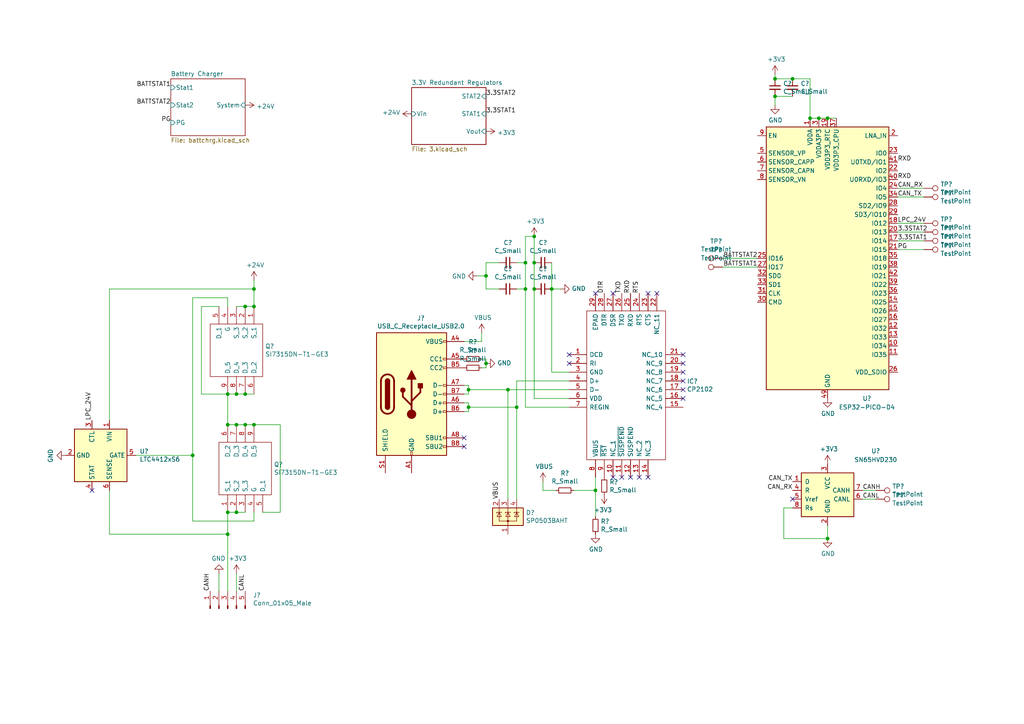
<source format=kicad_sch>
(kicad_sch (version 20211123) (generator eeschema)

  (uuid 088f77ba-fca9-42b3-876e-a6937267f957)

  (paper "A4")

  (lib_symbols
    (symbol "Connector:Conn_01x05_Male" (pin_names (offset 1.016) hide) (in_bom yes) (on_board yes)
      (property "Reference" "J" (id 0) (at 0 7.62 0)
        (effects (font (size 1.27 1.27)))
      )
      (property "Value" "Conn_01x05_Male" (id 1) (at 0 -7.62 0)
        (effects (font (size 1.27 1.27)))
      )
      (property "Footprint" "" (id 2) (at 0 0 0)
        (effects (font (size 1.27 1.27)) hide)
      )
      (property "Datasheet" "~" (id 3) (at 0 0 0)
        (effects (font (size 1.27 1.27)) hide)
      )
      (property "ki_keywords" "connector" (id 4) (at 0 0 0)
        (effects (font (size 1.27 1.27)) hide)
      )
      (property "ki_description" "Generic connector, single row, 01x05, script generated (kicad-library-utils/schlib/autogen/connector/)" (id 5) (at 0 0 0)
        (effects (font (size 1.27 1.27)) hide)
      )
      (property "ki_fp_filters" "Connector*:*_1x??_*" (id 6) (at 0 0 0)
        (effects (font (size 1.27 1.27)) hide)
      )
      (symbol "Conn_01x05_Male_1_1"
        (polyline
          (pts
            (xy 1.27 -5.08)
            (xy 0.8636 -5.08)
          )
          (stroke (width 0.1524) (type default) (color 0 0 0 0))
          (fill (type none))
        )
        (polyline
          (pts
            (xy 1.27 -2.54)
            (xy 0.8636 -2.54)
          )
          (stroke (width 0.1524) (type default) (color 0 0 0 0))
          (fill (type none))
        )
        (polyline
          (pts
            (xy 1.27 0)
            (xy 0.8636 0)
          )
          (stroke (width 0.1524) (type default) (color 0 0 0 0))
          (fill (type none))
        )
        (polyline
          (pts
            (xy 1.27 2.54)
            (xy 0.8636 2.54)
          )
          (stroke (width 0.1524) (type default) (color 0 0 0 0))
          (fill (type none))
        )
        (polyline
          (pts
            (xy 1.27 5.08)
            (xy 0.8636 5.08)
          )
          (stroke (width 0.1524) (type default) (color 0 0 0 0))
          (fill (type none))
        )
        (rectangle (start 0.8636 -4.953) (end 0 -5.207)
          (stroke (width 0.1524) (type default) (color 0 0 0 0))
          (fill (type outline))
        )
        (rectangle (start 0.8636 -2.413) (end 0 -2.667)
          (stroke (width 0.1524) (type default) (color 0 0 0 0))
          (fill (type outline))
        )
        (rectangle (start 0.8636 0.127) (end 0 -0.127)
          (stroke (width 0.1524) (type default) (color 0 0 0 0))
          (fill (type outline))
        )
        (rectangle (start 0.8636 2.667) (end 0 2.413)
          (stroke (width 0.1524) (type default) (color 0 0 0 0))
          (fill (type outline))
        )
        (rectangle (start 0.8636 5.207) (end 0 4.953)
          (stroke (width 0.1524) (type default) (color 0 0 0 0))
          (fill (type outline))
        )
        (pin passive line (at 5.08 5.08 180) (length 3.81)
          (name "Pin_1" (effects (font (size 1.27 1.27))))
          (number "1" (effects (font (size 1.27 1.27))))
        )
        (pin passive line (at 5.08 2.54 180) (length 3.81)
          (name "Pin_2" (effects (font (size 1.27 1.27))))
          (number "2" (effects (font (size 1.27 1.27))))
        )
        (pin passive line (at 5.08 0 180) (length 3.81)
          (name "Pin_3" (effects (font (size 1.27 1.27))))
          (number "3" (effects (font (size 1.27 1.27))))
        )
        (pin passive line (at 5.08 -2.54 180) (length 3.81)
          (name "Pin_4" (effects (font (size 1.27 1.27))))
          (number "4" (effects (font (size 1.27 1.27))))
        )
        (pin passive line (at 5.08 -5.08 180) (length 3.81)
          (name "Pin_5" (effects (font (size 1.27 1.27))))
          (number "5" (effects (font (size 1.27 1.27))))
        )
      )
    )
    (symbol "Connector:TestPoint" (pin_numbers hide) (pin_names (offset 0.762) hide) (in_bom yes) (on_board yes)
      (property "Reference" "TP" (id 0) (at 0 6.858 0)
        (effects (font (size 1.27 1.27)))
      )
      (property "Value" "TestPoint" (id 1) (at 0 5.08 0)
        (effects (font (size 1.27 1.27)))
      )
      (property "Footprint" "" (id 2) (at 5.08 0 0)
        (effects (font (size 1.27 1.27)) hide)
      )
      (property "Datasheet" "~" (id 3) (at 5.08 0 0)
        (effects (font (size 1.27 1.27)) hide)
      )
      (property "ki_keywords" "test point tp" (id 4) (at 0 0 0)
        (effects (font (size 1.27 1.27)) hide)
      )
      (property "ki_description" "test point" (id 5) (at 0 0 0)
        (effects (font (size 1.27 1.27)) hide)
      )
      (property "ki_fp_filters" "Pin* Test*" (id 6) (at 0 0 0)
        (effects (font (size 1.27 1.27)) hide)
      )
      (symbol "TestPoint_0_1"
        (circle (center 0 3.302) (radius 0.762)
          (stroke (width 0) (type default) (color 0 0 0 0))
          (fill (type none))
        )
      )
      (symbol "TestPoint_1_1"
        (pin passive line (at 0 0 90) (length 2.54)
          (name "1" (effects (font (size 1.27 1.27))))
          (number "1" (effects (font (size 1.27 1.27))))
        )
      )
    )
    (symbol "Connector:USB_C_Receptacle_USB2.0" (pin_names (offset 1.016)) (in_bom yes) (on_board yes)
      (property "Reference" "J" (id 0) (at -10.16 19.05 0)
        (effects (font (size 1.27 1.27)) (justify left))
      )
      (property "Value" "USB_C_Receptacle_USB2.0" (id 1) (at 19.05 19.05 0)
        (effects (font (size 1.27 1.27)) (justify right))
      )
      (property "Footprint" "" (id 2) (at 3.81 0 0)
        (effects (font (size 1.27 1.27)) hide)
      )
      (property "Datasheet" "https://www.usb.org/sites/default/files/documents/usb_type-c.zip" (id 3) (at 3.81 0 0)
        (effects (font (size 1.27 1.27)) hide)
      )
      (property "ki_keywords" "usb universal serial bus type-C USB2.0" (id 4) (at 0 0 0)
        (effects (font (size 1.27 1.27)) hide)
      )
      (property "ki_description" "USB 2.0-only Type-C Receptacle connector" (id 5) (at 0 0 0)
        (effects (font (size 1.27 1.27)) hide)
      )
      (property "ki_fp_filters" "USB*C*Receptacle*" (id 6) (at 0 0 0)
        (effects (font (size 1.27 1.27)) hide)
      )
      (symbol "USB_C_Receptacle_USB2.0_0_0"
        (rectangle (start -0.254 -17.78) (end 0.254 -16.764)
          (stroke (width 0) (type default) (color 0 0 0 0))
          (fill (type none))
        )
        (rectangle (start 10.16 -14.986) (end 9.144 -15.494)
          (stroke (width 0) (type default) (color 0 0 0 0))
          (fill (type none))
        )
        (rectangle (start 10.16 -12.446) (end 9.144 -12.954)
          (stroke (width 0) (type default) (color 0 0 0 0))
          (fill (type none))
        )
        (rectangle (start 10.16 -4.826) (end 9.144 -5.334)
          (stroke (width 0) (type default) (color 0 0 0 0))
          (fill (type none))
        )
        (rectangle (start 10.16 -2.286) (end 9.144 -2.794)
          (stroke (width 0) (type default) (color 0 0 0 0))
          (fill (type none))
        )
        (rectangle (start 10.16 0.254) (end 9.144 -0.254)
          (stroke (width 0) (type default) (color 0 0 0 0))
          (fill (type none))
        )
        (rectangle (start 10.16 2.794) (end 9.144 2.286)
          (stroke (width 0) (type default) (color 0 0 0 0))
          (fill (type none))
        )
        (rectangle (start 10.16 7.874) (end 9.144 7.366)
          (stroke (width 0) (type default) (color 0 0 0 0))
          (fill (type none))
        )
        (rectangle (start 10.16 10.414) (end 9.144 9.906)
          (stroke (width 0) (type default) (color 0 0 0 0))
          (fill (type none))
        )
        (rectangle (start 10.16 15.494) (end 9.144 14.986)
          (stroke (width 0) (type default) (color 0 0 0 0))
          (fill (type none))
        )
      )
      (symbol "USB_C_Receptacle_USB2.0_0_1"
        (rectangle (start -10.16 17.78) (end 10.16 -17.78)
          (stroke (width 0.254) (type default) (color 0 0 0 0))
          (fill (type background))
        )
        (arc (start -8.89 -3.81) (mid -6.985 -5.715) (end -5.08 -3.81)
          (stroke (width 0.508) (type default) (color 0 0 0 0))
          (fill (type none))
        )
        (arc (start -7.62 -3.81) (mid -6.985 -4.445) (end -6.35 -3.81)
          (stroke (width 0.254) (type default) (color 0 0 0 0))
          (fill (type none))
        )
        (arc (start -7.62 -3.81) (mid -6.985 -4.445) (end -6.35 -3.81)
          (stroke (width 0.254) (type default) (color 0 0 0 0))
          (fill (type outline))
        )
        (rectangle (start -7.62 -3.81) (end -6.35 3.81)
          (stroke (width 0.254) (type default) (color 0 0 0 0))
          (fill (type outline))
        )
        (arc (start -6.35 3.81) (mid -6.985 4.445) (end -7.62 3.81)
          (stroke (width 0.254) (type default) (color 0 0 0 0))
          (fill (type none))
        )
        (arc (start -6.35 3.81) (mid -6.985 4.445) (end -7.62 3.81)
          (stroke (width 0.254) (type default) (color 0 0 0 0))
          (fill (type outline))
        )
        (arc (start -5.08 3.81) (mid -6.985 5.715) (end -8.89 3.81)
          (stroke (width 0.508) (type default) (color 0 0 0 0))
          (fill (type none))
        )
        (circle (center -2.54 1.143) (radius 0.635)
          (stroke (width 0.254) (type default) (color 0 0 0 0))
          (fill (type outline))
        )
        (circle (center 0 -5.842) (radius 1.27)
          (stroke (width 0) (type default) (color 0 0 0 0))
          (fill (type outline))
        )
        (polyline
          (pts
            (xy -8.89 -3.81)
            (xy -8.89 3.81)
          )
          (stroke (width 0.508) (type default) (color 0 0 0 0))
          (fill (type none))
        )
        (polyline
          (pts
            (xy -5.08 3.81)
            (xy -5.08 -3.81)
          )
          (stroke (width 0.508) (type default) (color 0 0 0 0))
          (fill (type none))
        )
        (polyline
          (pts
            (xy 0 -5.842)
            (xy 0 4.318)
          )
          (stroke (width 0.508) (type default) (color 0 0 0 0))
          (fill (type none))
        )
        (polyline
          (pts
            (xy 0 -3.302)
            (xy -2.54 -0.762)
            (xy -2.54 0.508)
          )
          (stroke (width 0.508) (type default) (color 0 0 0 0))
          (fill (type none))
        )
        (polyline
          (pts
            (xy 0 -2.032)
            (xy 2.54 0.508)
            (xy 2.54 1.778)
          )
          (stroke (width 0.508) (type default) (color 0 0 0 0))
          (fill (type none))
        )
        (polyline
          (pts
            (xy -1.27 4.318)
            (xy 0 6.858)
            (xy 1.27 4.318)
            (xy -1.27 4.318)
          )
          (stroke (width 0.254) (type default) (color 0 0 0 0))
          (fill (type outline))
        )
        (rectangle (start 1.905 1.778) (end 3.175 3.048)
          (stroke (width 0.254) (type default) (color 0 0 0 0))
          (fill (type outline))
        )
      )
      (symbol "USB_C_Receptacle_USB2.0_1_1"
        (pin passive line (at 0 -22.86 90) (length 5.08)
          (name "GND" (effects (font (size 1.27 1.27))))
          (number "A1" (effects (font (size 1.27 1.27))))
        )
        (pin passive line (at 0 -22.86 90) (length 5.08) hide
          (name "GND" (effects (font (size 1.27 1.27))))
          (number "A12" (effects (font (size 1.27 1.27))))
        )
        (pin passive line (at 15.24 15.24 180) (length 5.08)
          (name "VBUS" (effects (font (size 1.27 1.27))))
          (number "A4" (effects (font (size 1.27 1.27))))
        )
        (pin bidirectional line (at 15.24 10.16 180) (length 5.08)
          (name "CC1" (effects (font (size 1.27 1.27))))
          (number "A5" (effects (font (size 1.27 1.27))))
        )
        (pin bidirectional line (at 15.24 -2.54 180) (length 5.08)
          (name "D+" (effects (font (size 1.27 1.27))))
          (number "A6" (effects (font (size 1.27 1.27))))
        )
        (pin bidirectional line (at 15.24 2.54 180) (length 5.08)
          (name "D-" (effects (font (size 1.27 1.27))))
          (number "A7" (effects (font (size 1.27 1.27))))
        )
        (pin bidirectional line (at 15.24 -12.7 180) (length 5.08)
          (name "SBU1" (effects (font (size 1.27 1.27))))
          (number "A8" (effects (font (size 1.27 1.27))))
        )
        (pin passive line (at 15.24 15.24 180) (length 5.08) hide
          (name "VBUS" (effects (font (size 1.27 1.27))))
          (number "A9" (effects (font (size 1.27 1.27))))
        )
        (pin passive line (at 0 -22.86 90) (length 5.08) hide
          (name "GND" (effects (font (size 1.27 1.27))))
          (number "B1" (effects (font (size 1.27 1.27))))
        )
        (pin passive line (at 0 -22.86 90) (length 5.08) hide
          (name "GND" (effects (font (size 1.27 1.27))))
          (number "B12" (effects (font (size 1.27 1.27))))
        )
        (pin passive line (at 15.24 15.24 180) (length 5.08) hide
          (name "VBUS" (effects (font (size 1.27 1.27))))
          (number "B4" (effects (font (size 1.27 1.27))))
        )
        (pin bidirectional line (at 15.24 7.62 180) (length 5.08)
          (name "CC2" (effects (font (size 1.27 1.27))))
          (number "B5" (effects (font (size 1.27 1.27))))
        )
        (pin bidirectional line (at 15.24 -5.08 180) (length 5.08)
          (name "D+" (effects (font (size 1.27 1.27))))
          (number "B6" (effects (font (size 1.27 1.27))))
        )
        (pin bidirectional line (at 15.24 0 180) (length 5.08)
          (name "D-" (effects (font (size 1.27 1.27))))
          (number "B7" (effects (font (size 1.27 1.27))))
        )
        (pin bidirectional line (at 15.24 -15.24 180) (length 5.08)
          (name "SBU2" (effects (font (size 1.27 1.27))))
          (number "B8" (effects (font (size 1.27 1.27))))
        )
        (pin passive line (at 15.24 15.24 180) (length 5.08) hide
          (name "VBUS" (effects (font (size 1.27 1.27))))
          (number "B9" (effects (font (size 1.27 1.27))))
        )
        (pin passive line (at -7.62 -22.86 90) (length 5.08)
          (name "SHIELD" (effects (font (size 1.27 1.27))))
          (number "S1" (effects (font (size 1.27 1.27))))
        )
      )
    )
    (symbol "Device:C_Small" (pin_numbers hide) (pin_names (offset 0.254) hide) (in_bom yes) (on_board yes)
      (property "Reference" "C" (id 0) (at 0.254 1.778 0)
        (effects (font (size 1.27 1.27)) (justify left))
      )
      (property "Value" "C_Small" (id 1) (at 0.254 -2.032 0)
        (effects (font (size 1.27 1.27)) (justify left))
      )
      (property "Footprint" "" (id 2) (at 0 0 0)
        (effects (font (size 1.27 1.27)) hide)
      )
      (property "Datasheet" "~" (id 3) (at 0 0 0)
        (effects (font (size 1.27 1.27)) hide)
      )
      (property "ki_keywords" "capacitor cap" (id 4) (at 0 0 0)
        (effects (font (size 1.27 1.27)) hide)
      )
      (property "ki_description" "Unpolarized capacitor, small symbol" (id 5) (at 0 0 0)
        (effects (font (size 1.27 1.27)) hide)
      )
      (property "ki_fp_filters" "C_*" (id 6) (at 0 0 0)
        (effects (font (size 1.27 1.27)) hide)
      )
      (symbol "C_Small_0_1"
        (polyline
          (pts
            (xy -1.524 -0.508)
            (xy 1.524 -0.508)
          )
          (stroke (width 0.3302) (type default) (color 0 0 0 0))
          (fill (type none))
        )
        (polyline
          (pts
            (xy -1.524 0.508)
            (xy 1.524 0.508)
          )
          (stroke (width 0.3048) (type default) (color 0 0 0 0))
          (fill (type none))
        )
      )
      (symbol "C_Small_1_1"
        (pin passive line (at 0 2.54 270) (length 2.032)
          (name "~" (effects (font (size 1.27 1.27))))
          (number "1" (effects (font (size 1.27 1.27))))
        )
        (pin passive line (at 0 -2.54 90) (length 2.032)
          (name "~" (effects (font (size 1.27 1.27))))
          (number "2" (effects (font (size 1.27 1.27))))
        )
      )
    )
    (symbol "Device:R_Small" (pin_numbers hide) (pin_names (offset 0.254) hide) (in_bom yes) (on_board yes)
      (property "Reference" "R" (id 0) (at 0.762 0.508 0)
        (effects (font (size 1.27 1.27)) (justify left))
      )
      (property "Value" "R_Small" (id 1) (at 0.762 -1.016 0)
        (effects (font (size 1.27 1.27)) (justify left))
      )
      (property "Footprint" "" (id 2) (at 0 0 0)
        (effects (font (size 1.27 1.27)) hide)
      )
      (property "Datasheet" "~" (id 3) (at 0 0 0)
        (effects (font (size 1.27 1.27)) hide)
      )
      (property "ki_keywords" "R resistor" (id 4) (at 0 0 0)
        (effects (font (size 1.27 1.27)) hide)
      )
      (property "ki_description" "Resistor, small symbol" (id 5) (at 0 0 0)
        (effects (font (size 1.27 1.27)) hide)
      )
      (property "ki_fp_filters" "R_*" (id 6) (at 0 0 0)
        (effects (font (size 1.27 1.27)) hide)
      )
      (symbol "R_Small_0_1"
        (rectangle (start -0.762 1.778) (end 0.762 -1.778)
          (stroke (width 0.2032) (type default) (color 0 0 0 0))
          (fill (type none))
        )
      )
      (symbol "R_Small_1_1"
        (pin passive line (at 0 2.54 270) (length 0.762)
          (name "~" (effects (font (size 1.27 1.27))))
          (number "1" (effects (font (size 1.27 1.27))))
        )
        (pin passive line (at 0 -2.54 90) (length 0.762)
          (name "~" (effects (font (size 1.27 1.27))))
          (number "2" (effects (font (size 1.27 1.27))))
        )
      )
    )
    (symbol "Interface_CAN_LIN:SN65HVD230" (pin_names (offset 1.016)) (in_bom yes) (on_board yes)
      (property "Reference" "U" (id 0) (at -2.54 10.16 0)
        (effects (font (size 1.27 1.27)) (justify right))
      )
      (property "Value" "SN65HVD230" (id 1) (at -2.54 7.62 0)
        (effects (font (size 1.27 1.27)) (justify right))
      )
      (property "Footprint" "Package_SO:SOIC-8_3.9x4.9mm_P1.27mm" (id 2) (at 0 -12.7 0)
        (effects (font (size 1.27 1.27)) hide)
      )
      (property "Datasheet" "http://www.ti.com/lit/ds/symlink/sn65hvd230.pdf" (id 3) (at -2.54 10.16 0)
        (effects (font (size 1.27 1.27)) hide)
      )
      (property "ki_keywords" "can transeiver ti low-power" (id 4) (at 0 0 0)
        (effects (font (size 1.27 1.27)) hide)
      )
      (property "ki_description" "CAN Bus Transceivers, 3.3V, 1Mbps, Low-Power capabilities, SOIC-8" (id 5) (at 0 0 0)
        (effects (font (size 1.27 1.27)) hide)
      )
      (property "ki_fp_filters" "SOIC*3.9x4.9mm*P1.27mm*" (id 6) (at 0 0 0)
        (effects (font (size 1.27 1.27)) hide)
      )
      (symbol "SN65HVD230_0_1"
        (rectangle (start -7.62 5.08) (end 7.62 -7.62)
          (stroke (width 0.254) (type default) (color 0 0 0 0))
          (fill (type background))
        )
      )
      (symbol "SN65HVD230_1_1"
        (pin input line (at -10.16 2.54 0) (length 2.54)
          (name "D" (effects (font (size 1.27 1.27))))
          (number "1" (effects (font (size 1.27 1.27))))
        )
        (pin power_in line (at 0 -10.16 90) (length 2.54)
          (name "GND" (effects (font (size 1.27 1.27))))
          (number "2" (effects (font (size 1.27 1.27))))
        )
        (pin power_in line (at 0 7.62 270) (length 2.54)
          (name "VCC" (effects (font (size 1.27 1.27))))
          (number "3" (effects (font (size 1.27 1.27))))
        )
        (pin output line (at -10.16 0 0) (length 2.54)
          (name "R" (effects (font (size 1.27 1.27))))
          (number "4" (effects (font (size 1.27 1.27))))
        )
        (pin output line (at -10.16 -2.54 0) (length 2.54)
          (name "Vref" (effects (font (size 1.27 1.27))))
          (number "5" (effects (font (size 1.27 1.27))))
        )
        (pin bidirectional line (at 10.16 -2.54 180) (length 2.54)
          (name "CANL" (effects (font (size 1.27 1.27))))
          (number "6" (effects (font (size 1.27 1.27))))
        )
        (pin bidirectional line (at 10.16 0 180) (length 2.54)
          (name "CANH" (effects (font (size 1.27 1.27))))
          (number "7" (effects (font (size 1.27 1.27))))
        )
        (pin input line (at -10.16 -5.08 0) (length 2.54)
          (name "Rs" (effects (font (size 1.27 1.27))))
          (number "8" (effects (font (size 1.27 1.27))))
        )
      )
    )
    (symbol "Power_Management:LTC4412xS6" (in_bom yes) (on_board yes)
      (property "Reference" "U" (id 0) (at -6.35 8.89 0)
        (effects (font (size 1.27 1.27)))
      )
      (property "Value" "LTC4412xS6" (id 1) (at 6.35 8.89 0)
        (effects (font (size 1.27 1.27)))
      )
      (property "Footprint" "Package_TO_SOT_SMD:TSOT-23-6" (id 2) (at 16.51 -8.89 0)
        (effects (font (size 1.27 1.27)) hide)
      )
      (property "Datasheet" "https://www.analog.com/media/en/technical-documentation/data-sheets/4412fb.pdf" (id 3) (at 53.34 -5.08 0)
        (effects (font (size 1.27 1.27)) hide)
      )
      (property "ki_keywords" "ideal-diode or-ing" (id 4) (at 0 0 0)
        (effects (font (size 1.27 1.27)) hide)
      )
      (property "ki_description" "Low Loss PowerPath Controller, TSOT-23-6" (id 5) (at 0 0 0)
        (effects (font (size 1.27 1.27)) hide)
      )
      (property "ki_fp_filters" "TSOT?23*" (id 6) (at 0 0 0)
        (effects (font (size 1.27 1.27)) hide)
      )
      (symbol "LTC4412xS6_0_1"
        (rectangle (start -7.62 7.62) (end 7.62 -7.62)
          (stroke (width 0.254) (type default) (color 0 0 0 0))
          (fill (type background))
        )
      )
      (symbol "LTC4412xS6_1_1"
        (pin power_in line (at -10.16 2.54 0) (length 2.54)
          (name "VIN" (effects (font (size 1.27 1.27))))
          (number "1" (effects (font (size 1.27 1.27))))
        )
        (pin power_in line (at 0 -10.16 90) (length 2.54)
          (name "GND" (effects (font (size 1.27 1.27))))
          (number "2" (effects (font (size 1.27 1.27))))
        )
        (pin input line (at -10.16 -2.54 0) (length 2.54)
          (name "CTL" (effects (font (size 1.27 1.27))))
          (number "3" (effects (font (size 1.27 1.27))))
        )
        (pin open_collector line (at 10.16 -2.54 180) (length 2.54)
          (name "STAT" (effects (font (size 1.27 1.27))))
          (number "4" (effects (font (size 1.27 1.27))))
        )
        (pin output line (at 0 10.16 270) (length 2.54)
          (name "GATE" (effects (font (size 1.27 1.27))))
          (number "5" (effects (font (size 1.27 1.27))))
        )
        (pin input line (at 10.16 2.54 180) (length 2.54)
          (name "SENSE" (effects (font (size 1.27 1.27))))
          (number "6" (effects (font (size 1.27 1.27))))
        )
      )
    )
    (symbol "Power_Protection:SP0503BAHT" (pin_names hide) (in_bom yes) (on_board yes)
      (property "Reference" "D" (id 0) (at 5.715 2.54 0)
        (effects (font (size 1.27 1.27)) (justify left))
      )
      (property "Value" "SP0503BAHT" (id 1) (at 5.715 0.635 0)
        (effects (font (size 1.27 1.27)) (justify left))
      )
      (property "Footprint" "Package_TO_SOT_SMD:SOT-143" (id 2) (at 5.715 -1.27 0)
        (effects (font (size 1.27 1.27)) (justify left) hide)
      )
      (property "Datasheet" "http://www.littelfuse.com/~/media/files/littelfuse/technical%20resources/documents/data%20sheets/sp05xxba.pdf" (id 3) (at 3.175 3.175 0)
        (effects (font (size 1.27 1.27)) hide)
      )
      (property "ki_keywords" "usb esd protection suppression transient" (id 4) (at 0 0 0)
        (effects (font (size 1.27 1.27)) hide)
      )
      (property "ki_description" "TVS Diode Array, 5.5V Standoff, 3 Channels, SOT-143 package" (id 5) (at 0 0 0)
        (effects (font (size 1.27 1.27)) hide)
      )
      (property "ki_fp_filters" "SOT?143*" (id 6) (at 0 0 0)
        (effects (font (size 1.27 1.27)) hide)
      )
      (symbol "SP0503BAHT_0_0"
        (pin passive line (at 0 -5.08 90) (length 2.54)
          (name "A" (effects (font (size 1.27 1.27))))
          (number "1" (effects (font (size 1.27 1.27))))
        )
      )
      (symbol "SP0503BAHT_0_1"
        (rectangle (start -4.445 2.54) (end 4.445 -2.54)
          (stroke (width 0.254) (type default) (color 0 0 0 0))
          (fill (type background))
        )
        (circle (center 0 -1.27) (radius 0.254)
          (stroke (width 0) (type default) (color 0 0 0 0))
          (fill (type outline))
        )
        (polyline
          (pts
            (xy -2.54 2.54)
            (xy -2.54 1.27)
          )
          (stroke (width 0) (type default) (color 0 0 0 0))
          (fill (type none))
        )
        (polyline
          (pts
            (xy 0 -1.27)
            (xy 0 -2.54)
          )
          (stroke (width 0) (type default) (color 0 0 0 0))
          (fill (type none))
        )
        (polyline
          (pts
            (xy 0 -1.27)
            (xy 0 1.27)
          )
          (stroke (width 0) (type default) (color 0 0 0 0))
          (fill (type none))
        )
        (polyline
          (pts
            (xy 0 2.54)
            (xy 0 1.27)
          )
          (stroke (width 0) (type default) (color 0 0 0 0))
          (fill (type none))
        )
        (polyline
          (pts
            (xy 0.635 1.27)
            (xy 0.762 1.27)
          )
          (stroke (width 0) (type default) (color 0 0 0 0))
          (fill (type none))
        )
        (polyline
          (pts
            (xy 2.54 2.54)
            (xy 2.54 1.27)
          )
          (stroke (width 0) (type default) (color 0 0 0 0))
          (fill (type none))
        )
        (polyline
          (pts
            (xy 0.635 1.27)
            (xy -0.762 1.27)
            (xy -0.762 1.016)
          )
          (stroke (width 0) (type default) (color 0 0 0 0))
          (fill (type none))
        )
        (polyline
          (pts
            (xy -3.302 1.016)
            (xy -3.302 1.27)
            (xy -1.905 1.27)
            (xy -1.778 1.27)
          )
          (stroke (width 0) (type default) (color 0 0 0 0))
          (fill (type none))
        )
        (polyline
          (pts
            (xy -2.54 1.27)
            (xy -2.54 -1.27)
            (xy 2.54 -1.27)
            (xy 2.54 1.27)
          )
          (stroke (width 0) (type default) (color 0 0 0 0))
          (fill (type none))
        )
        (polyline
          (pts
            (xy -2.54 1.27)
            (xy -1.905 0)
            (xy -3.175 0)
            (xy -2.54 1.27)
          )
          (stroke (width 0) (type default) (color 0 0 0 0))
          (fill (type none))
        )
        (polyline
          (pts
            (xy 0.635 0)
            (xy -0.635 0)
            (xy 0 1.27)
            (xy 0.635 0)
          )
          (stroke (width 0) (type default) (color 0 0 0 0))
          (fill (type none))
        )
        (polyline
          (pts
            (xy 1.778 1.016)
            (xy 1.778 1.27)
            (xy 3.175 1.27)
            (xy 3.302 1.27)
          )
          (stroke (width 0) (type default) (color 0 0 0 0))
          (fill (type none))
        )
        (polyline
          (pts
            (xy 2.54 1.27)
            (xy 1.905 0)
            (xy 3.175 0)
            (xy 2.54 1.27)
          )
          (stroke (width 0) (type default) (color 0 0 0 0))
          (fill (type none))
        )
      )
      (symbol "SP0503BAHT_1_1"
        (pin passive line (at -2.54 5.08 270) (length 2.54)
          (name "K" (effects (font (size 1.27 1.27))))
          (number "2" (effects (font (size 1.27 1.27))))
        )
        (pin passive line (at 0 5.08 270) (length 2.54)
          (name "K" (effects (font (size 1.27 1.27))))
          (number "3" (effects (font (size 1.27 1.27))))
        )
        (pin passive line (at 2.54 5.08 270) (length 2.54)
          (name "K" (effects (font (size 1.27 1.27))))
          (number "4" (effects (font (size 1.27 1.27))))
        )
      )
    )
    (symbol "RF_Module:ESP32-PICO-D4" (in_bom yes) (on_board yes)
      (property "Reference" "U" (id 0) (at -17.78 39.37 0)
        (effects (font (size 1.27 1.27)) (justify left))
      )
      (property "Value" "ESP32-PICO-D4" (id 1) (at 3.81 39.37 0)
        (effects (font (size 1.27 1.27)) (justify left))
      )
      (property "Footprint" "Package_DFN_QFN:QFN-48-1EP_7x7mm_P0.5mm_EP5.3x5.3mm" (id 2) (at 0 -43.18 0)
        (effects (font (size 1.27 1.27)) hide)
      )
      (property "Datasheet" "https://www.espressif.com/sites/default/files/documentation/esp32-pico-d4_datasheet_en.pdf" (id 3) (at 6.35 -25.4 0)
        (effects (font (size 1.27 1.27)) hide)
      )
      (property "ki_keywords" "RF Radio BT ESP ESP32 Espressif external antenna" (id 4) (at 0 0 0)
        (effects (font (size 1.27 1.27)) hide)
      )
      (property "ki_description" "RF Module, ESP32 SoC, Wi-Fi 802.11b/g/n, Bluetooth, BLE, 32-bit, 2.7-3.6V, external antenna, QFN-48" (id 5) (at 0 0 0)
        (effects (font (size 1.27 1.27)) hide)
      )
      (property "ki_fp_filters" "QFN*1EP*7x7mm*P0.5mm*" (id 6) (at 0 0 0)
        (effects (font (size 1.27 1.27)) hide)
      )
      (symbol "ESP32-PICO-D4_0_0"
        (pin power_in line (at -5.08 40.64 270) (length 2.54)
          (name "VDDA" (effects (font (size 1.27 1.27))))
          (number "1" (effects (font (size 1.27 1.27))))
        )
        (pin input line (at 20.32 -25.4 180) (length 2.54)
          (name "IO34" (effects (font (size 1.27 1.27))))
          (number "10" (effects (font (size 1.27 1.27))))
        )
        (pin input line (at 20.32 -27.94 180) (length 2.54)
          (name "IO35" (effects (font (size 1.27 1.27))))
          (number "11" (effects (font (size 1.27 1.27))))
        )
        (pin bidirectional line (at 20.32 -20.32 180) (length 2.54)
          (name "IO32" (effects (font (size 1.27 1.27))))
          (number "12" (effects (font (size 1.27 1.27))))
        )
        (pin bidirectional line (at 20.32 -22.86 180) (length 2.54)
          (name "IO33" (effects (font (size 1.27 1.27))))
          (number "13" (effects (font (size 1.27 1.27))))
        )
        (pin bidirectional line (at 20.32 -12.7 180) (length 2.54)
          (name "IO25" (effects (font (size 1.27 1.27))))
          (number "14" (effects (font (size 1.27 1.27))))
        )
        (pin bidirectional line (at 20.32 -15.24 180) (length 2.54)
          (name "IO26" (effects (font (size 1.27 1.27))))
          (number "15" (effects (font (size 1.27 1.27))))
        )
        (pin bidirectional line (at 20.32 -17.78 180) (length 2.54)
          (name "IO27" (effects (font (size 1.27 1.27))))
          (number "16" (effects (font (size 1.27 1.27))))
        )
        (pin bidirectional line (at 20.32 5.08 180) (length 2.54)
          (name "IO14" (effects (font (size 1.27 1.27))))
          (number "17" (effects (font (size 1.27 1.27))))
        )
        (pin bidirectional line (at 20.32 10.16 180) (length 2.54)
          (name "IO12" (effects (font (size 1.27 1.27))))
          (number "18" (effects (font (size 1.27 1.27))))
        )
        (pin power_in line (at 0 40.64 270) (length 2.54)
          (name "VDD3P3_RTC" (effects (font (size 1.27 1.27))))
          (number "19" (effects (font (size 1.27 1.27))))
        )
        (pin bidirectional line (at 20.32 35.56 180) (length 2.54)
          (name "LNA_IN" (effects (font (size 1.27 1.27))))
          (number "2" (effects (font (size 1.27 1.27))))
        )
        (pin bidirectional line (at 20.32 7.62 180) (length 2.54)
          (name "IO13" (effects (font (size 1.27 1.27))))
          (number "20" (effects (font (size 1.27 1.27))))
        )
        (pin bidirectional line (at 20.32 2.54 180) (length 2.54)
          (name "IO15" (effects (font (size 1.27 1.27))))
          (number "21" (effects (font (size 1.27 1.27))))
        )
        (pin bidirectional line (at 20.32 25.4 180) (length 2.54)
          (name "IO2" (effects (font (size 1.27 1.27))))
          (number "22" (effects (font (size 1.27 1.27))))
        )
        (pin bidirectional line (at 20.32 30.48 180) (length 2.54)
          (name "IO0" (effects (font (size 1.27 1.27))))
          (number "23" (effects (font (size 1.27 1.27))))
        )
        (pin bidirectional line (at 20.32 20.32 180) (length 2.54)
          (name "IO4" (effects (font (size 1.27 1.27))))
          (number "24" (effects (font (size 1.27 1.27))))
        )
        (pin bidirectional line (at -20.32 0 0) (length 2.54)
          (name "IO16" (effects (font (size 1.27 1.27))))
          (number "25" (effects (font (size 1.27 1.27))))
        )
        (pin power_out line (at 20.32 -33.02 180) (length 2.54)
          (name "VDD_SDIO" (effects (font (size 1.27 1.27))))
          (number "26" (effects (font (size 1.27 1.27))))
        )
        (pin bidirectional line (at -20.32 -2.54 0) (length 2.54)
          (name "IO17" (effects (font (size 1.27 1.27))))
          (number "27" (effects (font (size 1.27 1.27))))
        )
        (pin bidirectional line (at 20.32 15.24 180) (length 2.54)
          (name "SD2/IO9" (effects (font (size 1.27 1.27))))
          (number "28" (effects (font (size 1.27 1.27))))
        )
        (pin bidirectional line (at 20.32 12.7 180) (length 2.54)
          (name "SD3/IO10" (effects (font (size 1.27 1.27))))
          (number "29" (effects (font (size 1.27 1.27))))
        )
        (pin power_in line (at -2.54 40.64 270) (length 2.54)
          (name "VDDA3P3" (effects (font (size 1.27 1.27))))
          (number "3" (effects (font (size 1.27 1.27))))
        )
        (pin bidirectional line (at -20.32 -12.7 0) (length 2.54)
          (name "CMD" (effects (font (size 1.27 1.27))))
          (number "30" (effects (font (size 1.27 1.27))))
        )
        (pin bidirectional line (at -20.32 -10.16 0) (length 2.54)
          (name "CLK" (effects (font (size 1.27 1.27))))
          (number "31" (effects (font (size 1.27 1.27))))
        )
        (pin bidirectional line (at -20.32 -5.08 0) (length 2.54)
          (name "SD0" (effects (font (size 1.27 1.27))))
          (number "32" (effects (font (size 1.27 1.27))))
        )
        (pin bidirectional line (at -20.32 -7.62 0) (length 2.54)
          (name "SD1" (effects (font (size 1.27 1.27))))
          (number "33" (effects (font (size 1.27 1.27))))
        )
        (pin bidirectional line (at 20.32 17.78 180) (length 2.54)
          (name "IO5" (effects (font (size 1.27 1.27))))
          (number "34" (effects (font (size 1.27 1.27))))
        )
        (pin bidirectional line (at 20.32 0 180) (length 2.54)
          (name "IO18" (effects (font (size 1.27 1.27))))
          (number "35" (effects (font (size 1.27 1.27))))
        )
        (pin bidirectional line (at 20.32 -10.16 180) (length 2.54)
          (name "IO23" (effects (font (size 1.27 1.27))))
          (number "36" (effects (font (size 1.27 1.27))))
        )
        (pin power_in line (at 2.54 40.64 270) (length 2.54)
          (name "VDD3P3_CPU" (effects (font (size 1.27 1.27))))
          (number "37" (effects (font (size 1.27 1.27))))
        )
        (pin bidirectional line (at 20.32 -2.54 180) (length 2.54)
          (name "IO19" (effects (font (size 1.27 1.27))))
          (number "38" (effects (font (size 1.27 1.27))))
        )
        (pin bidirectional line (at 20.32 -7.62 180) (length 2.54)
          (name "IO22" (effects (font (size 1.27 1.27))))
          (number "39" (effects (font (size 1.27 1.27))))
        )
        (pin passive line (at -2.54 40.64 270) (length 2.54) hide
          (name "VDDA3P3" (effects (font (size 1.27 1.27))))
          (number "4" (effects (font (size 1.27 1.27))))
        )
        (pin bidirectional line (at 20.32 22.86 180) (length 2.54)
          (name "U0RXD/IO3" (effects (font (size 1.27 1.27))))
          (number "40" (effects (font (size 1.27 1.27))))
        )
        (pin bidirectional line (at 20.32 27.94 180) (length 2.54)
          (name "U0TXD/IO1" (effects (font (size 1.27 1.27))))
          (number "41" (effects (font (size 1.27 1.27))))
        )
        (pin bidirectional line (at 20.32 -5.08 180) (length 2.54)
          (name "IO21" (effects (font (size 1.27 1.27))))
          (number "42" (effects (font (size 1.27 1.27))))
        )
        (pin passive line (at -5.08 40.64 270) (length 2.54) hide
          (name "VDDA" (effects (font (size 1.27 1.27))))
          (number "43" (effects (font (size 1.27 1.27))))
        )
        (pin no_connect line (at -17.78 -25.4 0) (length 2.54) hide
          (name "XTAL_N_NC" (effects (font (size 1.27 1.27))))
          (number "44" (effects (font (size 1.27 1.27))))
        )
        (pin no_connect line (at -17.78 -27.94 0) (length 2.54) hide
          (name "XTAL_P_NC" (effects (font (size 1.27 1.27))))
          (number "45" (effects (font (size 1.27 1.27))))
        )
        (pin passive line (at -5.08 40.64 270) (length 2.54) hide
          (name "VDDA" (effects (font (size 1.27 1.27))))
          (number "46" (effects (font (size 1.27 1.27))))
        )
        (pin no_connect line (at -17.78 -30.48 0) (length 2.54) hide
          (name "CAP2_NC" (effects (font (size 1.27 1.27))))
          (number "47" (effects (font (size 1.27 1.27))))
        )
        (pin no_connect line (at -17.78 -33.02 0) (length 2.54) hide
          (name "CAP1_NC" (effects (font (size 1.27 1.27))))
          (number "48" (effects (font (size 1.27 1.27))))
        )
        (pin power_in line (at 0 -40.64 90) (length 2.54)
          (name "GND" (effects (font (size 1.27 1.27))))
          (number "49" (effects (font (size 1.27 1.27))))
        )
        (pin input line (at -20.32 30.48 0) (length 2.54)
          (name "SENSOR_VP" (effects (font (size 1.27 1.27))))
          (number "5" (effects (font (size 1.27 1.27))))
        )
        (pin input line (at -20.32 27.94 0) (length 2.54)
          (name "SENSOR_CAPP" (effects (font (size 1.27 1.27))))
          (number "6" (effects (font (size 1.27 1.27))))
        )
        (pin input line (at -20.32 25.4 0) (length 2.54)
          (name "SENSOR_CAPN" (effects (font (size 1.27 1.27))))
          (number "7" (effects (font (size 1.27 1.27))))
        )
        (pin input line (at -20.32 22.86 0) (length 2.54)
          (name "SENSOR_VN" (effects (font (size 1.27 1.27))))
          (number "8" (effects (font (size 1.27 1.27))))
        )
        (pin input line (at -20.32 35.56 0) (length 2.54)
          (name "EN" (effects (font (size 1.27 1.27))))
          (number "9" (effects (font (size 1.27 1.27))))
        )
      )
      (symbol "ESP32-PICO-D4_0_1"
        (rectangle (start -17.78 38.1) (end 17.78 -38.1)
          (stroke (width 0.254) (type default) (color 0 0 0 0))
          (fill (type background))
        )
      )
    )
    (symbol "iclr:CP2102" (pin_names (offset 0.762)) (in_bom yes) (on_board yes)
      (property "Reference" "IC" (id 0) (at 29.21 17.78 0)
        (effects (font (size 1.27 1.27)) (justify left))
      )
      (property "Value" "CP2102" (id 1) (at 29.21 15.24 0)
        (effects (font (size 1.27 1.27)) (justify left))
      )
      (property "Footprint" "QFN50P500X500X100-29N-D" (id 2) (at 29.21 12.7 0)
        (effects (font (size 1.27 1.27)) (justify left) hide)
      )
      (property "Datasheet" "https://componentsearchengine.com/Datasheets/1/CP2102.pdf" (id 3) (at 29.21 10.16 0)
        (effects (font (size 1.27 1.27)) (justify left) hide)
      )
      (property "Description" "USB Interface IC" (id 4) (at 29.21 7.62 0)
        (effects (font (size 1.27 1.27)) (justify left) hide)
      )
      (property "Height" "1" (id 5) (at 29.21 5.08 0)
        (effects (font (size 1.27 1.27)) (justify left) hide)
      )
      (property "Manufacturer_Name" "Silicon Labs" (id 6) (at 29.21 2.54 0)
        (effects (font (size 1.27 1.27)) (justify left) hide)
      )
      (property "Manufacturer_Part_Number" "CP2102" (id 7) (at 29.21 0 0)
        (effects (font (size 1.27 1.27)) (justify left) hide)
      )
      (property "Mouser Part Number" "634-CP2102" (id 8) (at 29.21 -2.54 0)
        (effects (font (size 1.27 1.27)) (justify left) hide)
      )
      (property "Mouser Price/Stock" "https://www.mouser.co.uk/ProductDetail/Silicon-Labs/CP2102?qs=ucY0lxHzU7615lOm95XT0w%3D%3D" (id 9) (at 29.21 -5.08 0)
        (effects (font (size 1.27 1.27)) (justify left) hide)
      )
      (property "ki_description" "USB Interface IC" (id 10) (at 0 0 0)
        (effects (font (size 1.27 1.27)) hide)
      )
      (symbol "CP2102_0_0"
        (pin passive line (at 0 0 0) (length 5.08)
          (name "DCD" (effects (font (size 1.27 1.27))))
          (number "1" (effects (font (size 1.27 1.27))))
        )
        (pin passive line (at 12.7 -35.56 90) (length 5.08)
          (name "NC_1" (effects (font (size 1.27 1.27))))
          (number "10" (effects (font (size 1.27 1.27))))
        )
        (pin passive line (at 15.24 -35.56 90) (length 5.08)
          (name "~{SUSPEND}" (effects (font (size 1.27 1.27))))
          (number "11" (effects (font (size 1.27 1.27))))
        )
        (pin passive line (at 17.78 -35.56 90) (length 5.08)
          (name "SUSPEND" (effects (font (size 1.27 1.27))))
          (number "12" (effects (font (size 1.27 1.27))))
        )
        (pin passive line (at 20.32 -35.56 90) (length 5.08)
          (name "NC_2" (effects (font (size 1.27 1.27))))
          (number "13" (effects (font (size 1.27 1.27))))
        )
        (pin passive line (at 22.86 -35.56 90) (length 5.08)
          (name "NC_3" (effects (font (size 1.27 1.27))))
          (number "14" (effects (font (size 1.27 1.27))))
        )
        (pin passive line (at 33.02 -15.24 180) (length 5.08)
          (name "NC_4" (effects (font (size 1.27 1.27))))
          (number "15" (effects (font (size 1.27 1.27))))
        )
        (pin passive line (at 33.02 -12.7 180) (length 5.08)
          (name "NC_5" (effects (font (size 1.27 1.27))))
          (number "16" (effects (font (size 1.27 1.27))))
        )
        (pin passive line (at 33.02 -10.16 180) (length 5.08)
          (name "NC_6" (effects (font (size 1.27 1.27))))
          (number "17" (effects (font (size 1.27 1.27))))
        )
        (pin passive line (at 33.02 -7.62 180) (length 5.08)
          (name "NC_7" (effects (font (size 1.27 1.27))))
          (number "18" (effects (font (size 1.27 1.27))))
        )
        (pin passive line (at 33.02 -5.08 180) (length 5.08)
          (name "NC_8" (effects (font (size 1.27 1.27))))
          (number "19" (effects (font (size 1.27 1.27))))
        )
        (pin passive line (at 0 -2.54 0) (length 5.08)
          (name "RI" (effects (font (size 1.27 1.27))))
          (number "2" (effects (font (size 1.27 1.27))))
        )
        (pin passive line (at 33.02 -2.54 180) (length 5.08)
          (name "NC_9" (effects (font (size 1.27 1.27))))
          (number "20" (effects (font (size 1.27 1.27))))
        )
        (pin passive line (at 33.02 0 180) (length 5.08)
          (name "NC_10" (effects (font (size 1.27 1.27))))
          (number "21" (effects (font (size 1.27 1.27))))
        )
        (pin passive line (at 25.4 17.78 270) (length 5.08)
          (name "NC_11" (effects (font (size 1.27 1.27))))
          (number "22" (effects (font (size 1.27 1.27))))
        )
        (pin passive line (at 22.86 17.78 270) (length 5.08)
          (name "CTS" (effects (font (size 1.27 1.27))))
          (number "23" (effects (font (size 1.27 1.27))))
        )
        (pin passive line (at 20.32 17.78 270) (length 5.08)
          (name "RTS" (effects (font (size 1.27 1.27))))
          (number "24" (effects (font (size 1.27 1.27))))
        )
        (pin passive line (at 17.78 17.78 270) (length 5.08)
          (name "RXD" (effects (font (size 1.27 1.27))))
          (number "25" (effects (font (size 1.27 1.27))))
        )
        (pin passive line (at 15.24 17.78 270) (length 5.08)
          (name "TXD" (effects (font (size 1.27 1.27))))
          (number "26" (effects (font (size 1.27 1.27))))
        )
        (pin passive line (at 12.7 17.78 270) (length 5.08)
          (name "DSR" (effects (font (size 1.27 1.27))))
          (number "27" (effects (font (size 1.27 1.27))))
        )
        (pin passive line (at 10.16 17.78 270) (length 5.08)
          (name "DTR" (effects (font (size 1.27 1.27))))
          (number "28" (effects (font (size 1.27 1.27))))
        )
        (pin passive line (at 7.62 17.78 270) (length 5.08)
          (name "EPAD" (effects (font (size 1.27 1.27))))
          (number "29" (effects (font (size 1.27 1.27))))
        )
        (pin passive line (at 0 -5.08 0) (length 5.08)
          (name "GND" (effects (font (size 1.27 1.27))))
          (number "3" (effects (font (size 1.27 1.27))))
        )
        (pin passive line (at 0 -7.62 0) (length 5.08)
          (name "D+" (effects (font (size 1.27 1.27))))
          (number "4" (effects (font (size 1.27 1.27))))
        )
        (pin passive line (at 0 -10.16 0) (length 5.08)
          (name "D-" (effects (font (size 1.27 1.27))))
          (number "5" (effects (font (size 1.27 1.27))))
        )
        (pin passive line (at 0 -12.7 0) (length 5.08)
          (name "VDD" (effects (font (size 1.27 1.27))))
          (number "6" (effects (font (size 1.27 1.27))))
        )
        (pin passive line (at 0 -15.24 0) (length 5.08)
          (name "REGIN" (effects (font (size 1.27 1.27))))
          (number "7" (effects (font (size 1.27 1.27))))
        )
        (pin passive line (at 7.62 -35.56 90) (length 5.08)
          (name "VBUS" (effects (font (size 1.27 1.27))))
          (number "8" (effects (font (size 1.27 1.27))))
        )
        (pin passive line (at 10.16 -35.56 90) (length 5.08)
          (name "~{RST}" (effects (font (size 1.27 1.27))))
          (number "9" (effects (font (size 1.27 1.27))))
        )
      )
      (symbol "CP2102_0_1"
        (polyline
          (pts
            (xy 5.08 12.7)
            (xy 27.94 12.7)
            (xy 27.94 -30.48)
            (xy 5.08 -30.48)
            (xy 5.08 12.7)
          )
          (stroke (width 0.1524) (type default) (color 0 0 0 0))
          (fill (type none))
        )
      )
    )
    (symbol "iclr:SI7315DN-T1-GE3" (pin_names (offset 0.762)) (in_bom yes) (on_board yes)
      (property "Reference" "Q" (id 0) (at 21.59 7.62 0)
        (effects (font (size 1.27 1.27)) (justify left))
      )
      (property "Value" "SI7315DN-T1-GE3" (id 1) (at 21.59 5.08 0)
        (effects (font (size 1.27 1.27)) (justify left))
      )
      (property "Footprint" "SI7315DNT1GE3" (id 2) (at 21.59 2.54 0)
        (effects (font (size 1.27 1.27)) (justify left) hide)
      )
      (property "Datasheet" "https://componentsearchengine.com/Datasheets/1/SI7315DN-T1-GE3.pdf" (id 3) (at 21.59 0 0)
        (effects (font (size 1.27 1.27)) (justify left) hide)
      )
      (property "Description" "MOSFET -150V Vds 30V Vgs PowerPAK 1212-8" (id 4) (at 21.59 -2.54 0)
        (effects (font (size 1.27 1.27)) (justify left) hide)
      )
      (property "Height" "1.12" (id 5) (at 21.59 -5.08 0)
        (effects (font (size 1.27 1.27)) (justify left) hide)
      )
      (property "Manufacturer_Name" "Vishay" (id 6) (at 21.59 -7.62 0)
        (effects (font (size 1.27 1.27)) (justify left) hide)
      )
      (property "Manufacturer_Part_Number" "SI7315DN-T1-GE3" (id 7) (at 21.59 -10.16 0)
        (effects (font (size 1.27 1.27)) (justify left) hide)
      )
      (property "Mouser Part Number" "78-SI7315DN-T1-GE3" (id 8) (at 21.59 -12.7 0)
        (effects (font (size 1.27 1.27)) (justify left) hide)
      )
      (property "Mouser Price/Stock" "https://www.mouser.co.uk/ProductDetail/Vishay-Semiconductors/SI7315DN-T1-GE3?qs=XynAqUfUlD0rbu%252B3u3Y5qA%3D%3D" (id 9) (at 21.59 -15.24 0)
        (effects (font (size 1.27 1.27)) (justify left) hide)
      )
      (property "Arrow Part Number" "SI7315DN-T1-GE3" (id 10) (at 21.59 -17.78 0)
        (effects (font (size 1.27 1.27)) (justify left) hide)
      )
      (property "Arrow Price/Stock" "https://www.arrow.com/en/products/si7315dn-t1-ge3/vishay" (id 11) (at 21.59 -20.32 0)
        (effects (font (size 1.27 1.27)) (justify left) hide)
      )
      (property "ki_description" "MOSFET -150V Vds 30V Vgs PowerPAK 1212-8" (id 12) (at 0 0 0)
        (effects (font (size 1.27 1.27)) hide)
      )
      (symbol "SI7315DN-T1-GE3_0_0"
        (pin passive line (at 0 0 0) (length 5.08)
          (name "S_1" (effects (font (size 1.27 1.27))))
          (number "1" (effects (font (size 1.27 1.27))))
        )
        (pin passive line (at 0 -2.54 0) (length 5.08)
          (name "S_2" (effects (font (size 1.27 1.27))))
          (number "2" (effects (font (size 1.27 1.27))))
        )
        (pin passive line (at 0 -5.08 0) (length 5.08)
          (name "S_3" (effects (font (size 1.27 1.27))))
          (number "3" (effects (font (size 1.27 1.27))))
        )
        (pin passive line (at 0 -7.62 0) (length 5.08)
          (name "G" (effects (font (size 1.27 1.27))))
          (number "4" (effects (font (size 1.27 1.27))))
        )
        (pin passive line (at 0 -10.16 0) (length 5.08)
          (name "D_1" (effects (font (size 1.27 1.27))))
          (number "5" (effects (font (size 1.27 1.27))))
        )
        (pin passive line (at 25.4 0 180) (length 5.08)
          (name "D_2" (effects (font (size 1.27 1.27))))
          (number "6" (effects (font (size 1.27 1.27))))
        )
        (pin passive line (at 25.4 -2.54 180) (length 5.08)
          (name "D_3" (effects (font (size 1.27 1.27))))
          (number "7" (effects (font (size 1.27 1.27))))
        )
        (pin passive line (at 25.4 -5.08 180) (length 5.08)
          (name "D_4" (effects (font (size 1.27 1.27))))
          (number "8" (effects (font (size 1.27 1.27))))
        )
        (pin passive line (at 25.4 -7.62 180) (length 5.08)
          (name "D_5" (effects (font (size 1.27 1.27))))
          (number "9" (effects (font (size 1.27 1.27))))
        )
      )
      (symbol "SI7315DN-T1-GE3_0_1"
        (polyline
          (pts
            (xy 5.08 2.54)
            (xy 20.32 2.54)
            (xy 20.32 -12.7)
            (xy 5.08 -12.7)
            (xy 5.08 2.54)
          )
          (stroke (width 0.1524) (type default) (color 0 0 0 0))
          (fill (type none))
        )
      )
    )
    (symbol "power:+24V" (power) (pin_names (offset 0)) (in_bom yes) (on_board yes)
      (property "Reference" "#PWR" (id 0) (at 0 -3.81 0)
        (effects (font (size 1.27 1.27)) hide)
      )
      (property "Value" "+24V" (id 1) (at 0 3.556 0)
        (effects (font (size 1.27 1.27)))
      )
      (property "Footprint" "" (id 2) (at 0 0 0)
        (effects (font (size 1.27 1.27)) hide)
      )
      (property "Datasheet" "" (id 3) (at 0 0 0)
        (effects (font (size 1.27 1.27)) hide)
      )
      (property "ki_keywords" "power-flag" (id 4) (at 0 0 0)
        (effects (font (size 1.27 1.27)) hide)
      )
      (property "ki_description" "Power symbol creates a global label with name \"+24V\"" (id 5) (at 0 0 0)
        (effects (font (size 1.27 1.27)) hide)
      )
      (symbol "+24V_0_1"
        (polyline
          (pts
            (xy -0.762 1.27)
            (xy 0 2.54)
          )
          (stroke (width 0) (type default) (color 0 0 0 0))
          (fill (type none))
        )
        (polyline
          (pts
            (xy 0 0)
            (xy 0 2.54)
          )
          (stroke (width 0) (type default) (color 0 0 0 0))
          (fill (type none))
        )
        (polyline
          (pts
            (xy 0 2.54)
            (xy 0.762 1.27)
          )
          (stroke (width 0) (type default) (color 0 0 0 0))
          (fill (type none))
        )
      )
      (symbol "+24V_1_1"
        (pin power_in line (at 0 0 90) (length 0) hide
          (name "+24V" (effects (font (size 1.27 1.27))))
          (number "1" (effects (font (size 1.27 1.27))))
        )
      )
    )
    (symbol "power:+3.3V" (power) (pin_names (offset 0)) (in_bom yes) (on_board yes)
      (property "Reference" "#PWR" (id 0) (at 0 -3.81 0)
        (effects (font (size 1.27 1.27)) hide)
      )
      (property "Value" "+3.3V" (id 1) (at 0 3.556 0)
        (effects (font (size 1.27 1.27)))
      )
      (property "Footprint" "" (id 2) (at 0 0 0)
        (effects (font (size 1.27 1.27)) hide)
      )
      (property "Datasheet" "" (id 3) (at 0 0 0)
        (effects (font (size 1.27 1.27)) hide)
      )
      (property "ki_keywords" "power-flag" (id 4) (at 0 0 0)
        (effects (font (size 1.27 1.27)) hide)
      )
      (property "ki_description" "Power symbol creates a global label with name \"+3.3V\"" (id 5) (at 0 0 0)
        (effects (font (size 1.27 1.27)) hide)
      )
      (symbol "+3.3V_0_1"
        (polyline
          (pts
            (xy -0.762 1.27)
            (xy 0 2.54)
          )
          (stroke (width 0) (type default) (color 0 0 0 0))
          (fill (type none))
        )
        (polyline
          (pts
            (xy 0 0)
            (xy 0 2.54)
          )
          (stroke (width 0) (type default) (color 0 0 0 0))
          (fill (type none))
        )
        (polyline
          (pts
            (xy 0 2.54)
            (xy 0.762 1.27)
          )
          (stroke (width 0) (type default) (color 0 0 0 0))
          (fill (type none))
        )
      )
      (symbol "+3.3V_1_1"
        (pin power_in line (at 0 0 90) (length 0) hide
          (name "+3V3" (effects (font (size 1.27 1.27))))
          (number "1" (effects (font (size 1.27 1.27))))
        )
      )
    )
    (symbol "power:GND" (power) (pin_names (offset 0)) (in_bom yes) (on_board yes)
      (property "Reference" "#PWR" (id 0) (at 0 -6.35 0)
        (effects (font (size 1.27 1.27)) hide)
      )
      (property "Value" "GND" (id 1) (at 0 -3.81 0)
        (effects (font (size 1.27 1.27)))
      )
      (property "Footprint" "" (id 2) (at 0 0 0)
        (effects (font (size 1.27 1.27)) hide)
      )
      (property "Datasheet" "" (id 3) (at 0 0 0)
        (effects (font (size 1.27 1.27)) hide)
      )
      (property "ki_keywords" "power-flag" (id 4) (at 0 0 0)
        (effects (font (size 1.27 1.27)) hide)
      )
      (property "ki_description" "Power symbol creates a global label with name \"GND\" , ground" (id 5) (at 0 0 0)
        (effects (font (size 1.27 1.27)) hide)
      )
      (symbol "GND_0_1"
        (polyline
          (pts
            (xy 0 0)
            (xy 0 -1.27)
            (xy 1.27 -1.27)
            (xy 0 -2.54)
            (xy -1.27 -1.27)
            (xy 0 -1.27)
          )
          (stroke (width 0) (type default) (color 0 0 0 0))
          (fill (type none))
        )
      )
      (symbol "GND_1_1"
        (pin power_in line (at 0 0 270) (length 0) hide
          (name "GND" (effects (font (size 1.27 1.27))))
          (number "1" (effects (font (size 1.27 1.27))))
        )
      )
    )
    (symbol "power:VBUS" (power) (pin_names (offset 0)) (in_bom yes) (on_board yes)
      (property "Reference" "#PWR" (id 0) (at 0 -3.81 0)
        (effects (font (size 1.27 1.27)) hide)
      )
      (property "Value" "VBUS" (id 1) (at 0 3.81 0)
        (effects (font (size 1.27 1.27)))
      )
      (property "Footprint" "" (id 2) (at 0 0 0)
        (effects (font (size 1.27 1.27)) hide)
      )
      (property "Datasheet" "" (id 3) (at 0 0 0)
        (effects (font (size 1.27 1.27)) hide)
      )
      (property "ki_keywords" "power-flag" (id 4) (at 0 0 0)
        (effects (font (size 1.27 1.27)) hide)
      )
      (property "ki_description" "Power symbol creates a global label with name \"VBUS\"" (id 5) (at 0 0 0)
        (effects (font (size 1.27 1.27)) hide)
      )
      (symbol "VBUS_0_1"
        (polyline
          (pts
            (xy -0.762 1.27)
            (xy 0 2.54)
          )
          (stroke (width 0) (type default) (color 0 0 0 0))
          (fill (type none))
        )
        (polyline
          (pts
            (xy 0 0)
            (xy 0 2.54)
          )
          (stroke (width 0) (type default) (color 0 0 0 0))
          (fill (type none))
        )
        (polyline
          (pts
            (xy 0 2.54)
            (xy 0.762 1.27)
          )
          (stroke (width 0) (type default) (color 0 0 0 0))
          (fill (type none))
        )
      )
      (symbol "VBUS_1_1"
        (pin power_in line (at 0 0 90) (length 0) hide
          (name "VBUS" (effects (font (size 1.27 1.27))))
          (number "1" (effects (font (size 1.27 1.27))))
        )
      )
    )
  )

  (junction (at 66.04 148.59) (diameter 0) (color 0 0 0 0)
    (uuid 03f57fb4-32a3-4bc6-85b9-fd8ece4a9592)
  )
  (junction (at 240.03 34.29) (diameter 0) (color 0 0 0 0)
    (uuid 0a1a4d88-972a-46ce-b25e-6cb796bd41f7)
  )
  (junction (at 147.32 113.03) (diameter 0) (color 0 0 0 0)
    (uuid 0e249018-17e7-42b3-ae5d-5ebf3ae299ae)
  )
  (junction (at 140.97 105.41) (diameter 0) (color 0 0 0 0)
    (uuid 13bbfffc-affb-4b43-9eb1-f2ed90a8a919)
  )
  (junction (at 68.58 148.59) (diameter 0) (color 0 0 0 0)
    (uuid 18ca5aef-6a2c-41ac-9e7f-bf7acb716e53)
  )
  (junction (at 154.94 68.58) (diameter 0) (color 0 0 0 0)
    (uuid 1cb22080-0f59-4c18-a6e6-8685ef44ec53)
  )
  (junction (at 66.04 123.19) (diameter 0) (color 0 0 0 0)
    (uuid 25bc3602-3fb4-4a04-94e3-21ba22562c24)
  )
  (junction (at 152.4 76.2) (diameter 0) (color 0 0 0 0)
    (uuid 31f91ec8-56e4-4e08-9ccd-012652772211)
  )
  (junction (at 66.04 154.94) (diameter 0) (color 0 0 0 0)
    (uuid 38cfe839-c630-43d3-a9ec-6a89ba9e318a)
  )
  (junction (at 135.89 118.11) (diameter 0) (color 0 0 0 0)
    (uuid 3c8d03bf-f31d-4aa0-b8db-a227ffd7d8d6)
  )
  (junction (at 71.12 88.9) (diameter 0) (color 0 0 0 0)
    (uuid 4431c0f6-83ea-4eee-95a8-991da2f03ccd)
  )
  (junction (at 73.66 83.82) (diameter 0) (color 0 0 0 0)
    (uuid 49575217-40b0-4890-8acf-12982cca52b5)
  )
  (junction (at 68.58 123.19) (diameter 0) (color 0 0 0 0)
    (uuid 4a54c707-7b6f-4a3d-a74d-5e3526114aba)
  )
  (junction (at 234.95 34.29) (diameter 0) (color 0 0 0 0)
    (uuid 57276367-9ce4-4738-88d7-6e8cb94c966c)
  )
  (junction (at 152.4 83.82) (diameter 0) (color 0 0 0 0)
    (uuid 5e7c3a32-8dda-4e6a-9838-c94d1f165575)
  )
  (junction (at 135.89 113.03) (diameter 0) (color 0 0 0 0)
    (uuid 62e8c4d4-266c-4e53-8981-1028251d724c)
  )
  (junction (at 172.72 142.24) (diameter 0) (color 0 0 0 0)
    (uuid 6a2bcc72-047b-4846-8583-1109e3552669)
  )
  (junction (at 71.12 114.3) (diameter 0) (color 0 0 0 0)
    (uuid 6ac3ab53-7523-4805-bfd2-5de19dff127e)
  )
  (junction (at 140.97 80.01) (diameter 0) (color 0 0 0 0)
    (uuid 6cb93665-0bcd-4104-8633-fffd1811eee0)
  )
  (junction (at 154.94 76.2) (diameter 0) (color 0 0 0 0)
    (uuid 701e1517-e8cf-46f4-b538-98e721c97380)
  )
  (junction (at 229.87 22.86) (diameter 0) (color 0 0 0 0)
    (uuid 72508b1f-1505-46cb-9d37-2081c5a12aca)
  )
  (junction (at 154.94 83.82) (diameter 0) (color 0 0 0 0)
    (uuid 7744b6ee-910d-401d-b730-65c35d3d8092)
  )
  (junction (at 66.04 114.3) (diameter 0) (color 0 0 0 0)
    (uuid 844d7d7a-b386-45a8-aaf6-bf41bbcb43b5)
  )
  (junction (at 71.12 123.19) (diameter 0) (color 0 0 0 0)
    (uuid 869d6302-ae22-478f-9723-3feacbb12eef)
  )
  (junction (at 68.58 114.3) (diameter 0) (color 0 0 0 0)
    (uuid a07b6b2b-7179-4297-b163-5e47ffbe76d3)
  )
  (junction (at 73.66 88.9) (diameter 0) (color 0 0 0 0)
    (uuid a6738794-75ae-48a6-8949-ed8717400d71)
  )
  (junction (at 237.49 34.29) (diameter 0) (color 0 0 0 0)
    (uuid bdf40d30-88ff-4479-bad1-69529464b61b)
  )
  (junction (at 240.03 156.21) (diameter 0) (color 0 0 0 0)
    (uuid c8b92953-cd23-44e6-85ce-083fb8c3f20f)
  )
  (junction (at 149.86 118.11) (diameter 0) (color 0 0 0 0)
    (uuid cd5e758d-cb66-484a-ae8b-21f53ceee49e)
  )
  (junction (at 73.66 123.19) (diameter 0) (color 0 0 0 0)
    (uuid d66d3c12-11ce-4566-9a45-962e329503d8)
  )
  (junction (at 224.79 22.86) (diameter 0) (color 0 0 0 0)
    (uuid ed8a7f02-cf05-41d0-97b4-4388ef205e73)
  )
  (junction (at 55.88 132.08) (diameter 0) (color 0 0 0 0)
    (uuid f19c9655-8ddb-411a-96dd-bd986870c3c6)
  )
  (junction (at 224.79 27.94) (diameter 0) (color 0 0 0 0)
    (uuid f1e619ac-5067-41df-8384-776ec70a6093)
  )
  (junction (at 160.02 83.82) (diameter 0) (color 0 0 0 0)
    (uuid f5bf5b4a-5213-48af-a5cd-0d67969d2de6)
  )

  (no_connect (at 177.8 85.09) (uuid 083becc8-e25d-4206-9636-55457650bbe3))
  (no_connect (at 198.12 115.57) (uuid 0b9f21ed-3d41-4f23-ae45-74117a5f3153))
  (no_connect (at 198.12 102.87) (uuid 1b023dd4-5185-4576-b544-68a05b9c360b))
  (no_connect (at 229.87 144.78) (uuid 2454fd1b-3484-4838-8b7e-d26357238fe1))
  (no_connect (at 180.34 138.43) (uuid 3249bd81-9fd4-4194-9b4f-2e333b2195b8))
  (no_connect (at 165.1 102.87) (uuid 347562f5-b152-4e7b-8a69-40ca6daaaad4))
  (no_connect (at 182.88 138.43) (uuid 718e5c6d-0e4c-46d8-a149-2f2bfc54c7f1))
  (no_connect (at 134.62 127) (uuid 71f8d568-0f23-4ff2-8e60-1600ce517a48))
  (no_connect (at 172.72 85.09) (uuid 725cdf26-4b92-46db-bca9-10d930002dda))
  (no_connect (at 198.12 110.49) (uuid 76afa8e0-9b3a-439d-843c-ad039d3b6354))
  (no_connect (at 187.96 85.09) (uuid 7acd513a-187b-4936-9f93-2e521ce33ad5))
  (no_connect (at 134.62 129.54) (uuid 7c00778a-4692-4f9b-87d5-2d355077ce1e))
  (no_connect (at 190.5 85.09) (uuid 8e295ed4-82cb-4d9f-8888-7ad2dd4d5129))
  (no_connect (at 187.96 138.43) (uuid 90f81af1-b6de-44aa-a46b-6504a157ce6c))
  (no_connect (at 198.12 107.95) (uuid 946404ba-9297-43ec-9d67-30184041145f))
  (no_connect (at 185.42 138.43) (uuid 9e0e6fc0-a269-4822-b93d-4c5e6689ff11))
  (no_connect (at 198.12 105.41) (uuid a64aeb89-c24a-493b-9aab-87a6be930bde))
  (no_connect (at 198.12 113.03) (uuid a76a574b-1cac-43eb-81e6-0e2e278cea39))
  (no_connect (at 177.8 138.43) (uuid cbde200f-1075-469a-89f8-abbdcf30e36a))
  (no_connect (at 26.67 142.24) (uuid da481376-0e49-44d3-91b8-aaa39b869dd1))
  (no_connect (at 165.1 105.41) (uuid f50dae73-c5b5-475d-ac8c-5b555be54fa3))

  (wire (pts (xy 229.87 27.94) (xy 224.79 27.94))
    (stroke (width 0) (type default) (color 0 0 0 0))
    (uuid 011ee658-718d-416a-85fd-961729cd1ee5)
  )
  (wire (pts (xy 154.94 115.57) (xy 154.94 83.82))
    (stroke (width 0) (type default) (color 0 0 0 0))
    (uuid 014d13cd-26ad-4d0e-86ad-a43b541cab14)
  )
  (wire (pts (xy 147.32 113.03) (xy 165.1 113.03))
    (stroke (width 0) (type default) (color 0 0 0 0))
    (uuid 01f82238-6335-48fe-8b0a-6853e227345a)
  )
  (wire (pts (xy 55.88 132.08) (xy 39.37 132.08))
    (stroke (width 0) (type default) (color 0 0 0 0))
    (uuid 05f2859d-2820-4e84-b395-696011feb13b)
  )
  (wire (pts (xy 58.42 114.3) (xy 66.04 114.3))
    (stroke (width 0) (type default) (color 0 0 0 0))
    (uuid 07d160b6-23e1-4aa0-95cb-440482e6fc15)
  )
  (wire (pts (xy 135.89 111.76) (xy 135.89 113.03))
    (stroke (width 0) (type default) (color 0 0 0 0))
    (uuid 0dfdfa9f-1e3f-4e14-b64b-12bde76a80c7)
  )
  (wire (pts (xy 135.89 119.38) (xy 134.62 119.38))
    (stroke (width 0) (type default) (color 0 0 0 0))
    (uuid 10e52e95-44f3-4059-a86d-dcda603e0623)
  )
  (wire (pts (xy 157.48 142.24) (xy 157.48 139.7))
    (stroke (width 0) (type default) (color 0 0 0 0))
    (uuid 123968c6-74e7-4754-8c36-08ea08e42555)
  )
  (wire (pts (xy 135.89 118.11) (xy 135.89 119.38))
    (stroke (width 0) (type default) (color 0 0 0 0))
    (uuid 142dd724-2a9f-4eea-ab21-209b1bc7ec65)
  )
  (wire (pts (xy 140.97 104.14) (xy 140.97 105.41))
    (stroke (width 0) (type default) (color 0 0 0 0))
    (uuid 1ab71a3c-340b-469a-ada5-4f87f0b7b2fa)
  )
  (wire (pts (xy 58.42 88.9) (xy 58.42 114.3))
    (stroke (width 0) (type default) (color 0 0 0 0))
    (uuid 1e48966e-d29d-4521-8939-ec8ac570431d)
  )
  (wire (pts (xy 267.97 54.61) (xy 260.35 54.61))
    (stroke (width 0) (type default) (color 0 0 0 0))
    (uuid 1fbb0219-551e-409b-a61b-76e8cebdfb9d)
  )
  (wire (pts (xy 224.79 22.86) (xy 229.87 22.86))
    (stroke (width 0) (type default) (color 0 0 0 0))
    (uuid 22bb6c80-05a9-4d89-98b0-f4c23fe6c1ce)
  )
  (wire (pts (xy 152.4 76.2) (xy 149.86 76.2))
    (stroke (width 0) (type default) (color 0 0 0 0))
    (uuid 235067e2-1686-40fe-a9a0-61704311b2b1)
  )
  (wire (pts (xy 73.66 88.9) (xy 73.66 83.82))
    (stroke (width 0) (type default) (color 0 0 0 0))
    (uuid 24b72b0d-63b8-4e06-89d0-e94dcf39a600)
  )
  (wire (pts (xy 135.89 113.03) (xy 135.89 114.3))
    (stroke (width 0) (type default) (color 0 0 0 0))
    (uuid 252f1275-081d-4d77-8bd5-3b9e6916ef42)
  )
  (wire (pts (xy 66.04 154.94) (xy 66.04 171.45))
    (stroke (width 0) (type default) (color 0 0 0 0))
    (uuid 269f19c3-6824-45a8-be29-fa58d70cbb42)
  )
  (wire (pts (xy 31.75 83.82) (xy 31.75 121.92))
    (stroke (width 0) (type default) (color 0 0 0 0))
    (uuid 283c990c-ae5a-4e41-a3ad-b40ca29fe90e)
  )
  (wire (pts (xy 227.33 147.32) (xy 227.33 156.21))
    (stroke (width 0) (type default) (color 0 0 0 0))
    (uuid 2891767f-251c-48c4-91c0-deb1b368f45c)
  )
  (wire (pts (xy 254 142.24) (xy 250.19 142.24))
    (stroke (width 0) (type default) (color 0 0 0 0))
    (uuid 29bb7297-26fb-4776-9266-2355d022bab0)
  )
  (wire (pts (xy 66.04 86.36) (xy 55.88 86.36))
    (stroke (width 0) (type default) (color 0 0 0 0))
    (uuid 2a1de22d-6451-488d-af77-0bf8841bd695)
  )
  (wire (pts (xy 73.66 123.19) (xy 71.12 123.19))
    (stroke (width 0) (type default) (color 0 0 0 0))
    (uuid 2c60448a-e30f-46b2-89e1-a44f51688efc)
  )
  (wire (pts (xy 140.97 80.01) (xy 138.43 80.01))
    (stroke (width 0) (type default) (color 0 0 0 0))
    (uuid 2de1ffee-2174-41d2-8969-68b8d21e5a7d)
  )
  (wire (pts (xy 237.49 34.29) (xy 240.03 34.29))
    (stroke (width 0) (type default) (color 0 0 0 0))
    (uuid 36d783e7-096f-4c97-9672-7e08c083b87b)
  )
  (wire (pts (xy 134.62 111.76) (xy 135.89 111.76))
    (stroke (width 0) (type default) (color 0 0 0 0))
    (uuid 3a41dd27-ec14-44d5-b505-aad1d829f79a)
  )
  (wire (pts (xy 267.97 72.39) (xy 260.35 72.39))
    (stroke (width 0) (type default) (color 0 0 0 0))
    (uuid 4185c36c-c66e-4dbd-be5d-841e551f4885)
  )
  (wire (pts (xy 134.62 99.06) (xy 139.7 99.06))
    (stroke (width 0) (type default) (color 0 0 0 0))
    (uuid 475ed8b3-90bf-48cd-bce5-d8f48b689541)
  )
  (wire (pts (xy 66.04 123.19) (xy 66.04 114.3))
    (stroke (width 0) (type default) (color 0 0 0 0))
    (uuid 4aa97874-2fd2-414c-b381-9420384c2fd8)
  )
  (wire (pts (xy 71.12 123.19) (xy 68.58 123.19))
    (stroke (width 0) (type default) (color 0 0 0 0))
    (uuid 4b1fce17-dec7-457e-ba3b-a77604e77dc9)
  )
  (wire (pts (xy 73.66 83.82) (xy 73.66 81.28))
    (stroke (width 0) (type default) (color 0 0 0 0))
    (uuid 4cafb73d-1ad8-4d24-acf7-63d78095ae46)
  )
  (wire (pts (xy 71.12 148.59) (xy 68.58 148.59))
    (stroke (width 0) (type default) (color 0 0 0 0))
    (uuid 528fd7da-c9a6-40ae-9f1a-60f6a7f4d534)
  )
  (wire (pts (xy 73.66 151.13) (xy 73.66 148.59))
    (stroke (width 0) (type default) (color 0 0 0 0))
    (uuid 576f00e6-a1be-45d3-9b93-e26d9e0fe306)
  )
  (wire (pts (xy 31.75 154.94) (xy 66.04 154.94))
    (stroke (width 0) (type default) (color 0 0 0 0))
    (uuid 5889287d-b845-4684-b23e-663811b25d27)
  )
  (wire (pts (xy 162.56 83.82) (xy 160.02 83.82))
    (stroke (width 0) (type default) (color 0 0 0 0))
    (uuid 590fefcc-03e7-45d6-b6c9-e51a7c3c36c4)
  )
  (wire (pts (xy 152.4 83.82) (xy 152.4 76.2))
    (stroke (width 0) (type default) (color 0 0 0 0))
    (uuid 5f31b97b-d794-46d6-bbd9-7a5638bcf704)
  )
  (wire (pts (xy 152.4 118.11) (xy 152.4 83.82))
    (stroke (width 0) (type default) (color 0 0 0 0))
    (uuid 616287d9-a51f-498c-8b91-be46a0aa3a7f)
  )
  (wire (pts (xy 154.94 83.82) (xy 154.94 76.2))
    (stroke (width 0) (type default) (color 0 0 0 0))
    (uuid 633292d3-80c5-4986-be82-ce926e9f09f4)
  )
  (wire (pts (xy 149.86 118.11) (xy 149.86 110.49))
    (stroke (width 0) (type default) (color 0 0 0 0))
    (uuid 63489ebf-0f52-43a6-a0ab-158b1a7d4988)
  )
  (wire (pts (xy 63.5 166.37) (xy 63.5 171.45))
    (stroke (width 0) (type default) (color 0 0 0 0))
    (uuid 66218487-e316-4467-9eba-79d4626ab24e)
  )
  (wire (pts (xy 134.62 116.84) (xy 135.89 116.84))
    (stroke (width 0) (type default) (color 0 0 0 0))
    (uuid 6b91a3ee-fdcd-4bfe-ad57-c8d5ea9903a8)
  )
  (wire (pts (xy 55.88 151.13) (xy 73.66 151.13))
    (stroke (width 0) (type default) (color 0 0 0 0))
    (uuid 713e0777-58b2-4487-baca-60d0ebed27c3)
  )
  (wire (pts (xy 267.97 64.77) (xy 260.35 64.77))
    (stroke (width 0) (type default) (color 0 0 0 0))
    (uuid 71c6e723-673c-45a9-a0e4-9742220c52a3)
  )
  (wire (pts (xy 240.03 156.21) (xy 240.03 152.4))
    (stroke (width 0) (type default) (color 0 0 0 0))
    (uuid 71f92193-19b0-44ed-bc7f-77535083d769)
  )
  (wire (pts (xy 135.89 118.11) (xy 149.86 118.11))
    (stroke (width 0) (type default) (color 0 0 0 0))
    (uuid 74f5ec08-7600-4a0b-a9e4-aae29f9ea08a)
  )
  (wire (pts (xy 172.72 142.24) (xy 172.72 149.86))
    (stroke (width 0) (type default) (color 0 0 0 0))
    (uuid 775e8983-a723-43c5-bf00-61681f0840f3)
  )
  (wire (pts (xy 224.79 21.59) (xy 224.79 22.86))
    (stroke (width 0) (type default) (color 0 0 0 0))
    (uuid 7a74c4b1-6243-4a12-85a2-bc41d346e7aa)
  )
  (wire (pts (xy 267.97 57.15) (xy 260.35 57.15))
    (stroke (width 0) (type default) (color 0 0 0 0))
    (uuid 7bfba61b-6752-4a45-9ee6-5984dcb15041)
  )
  (wire (pts (xy 224.79 27.94) (xy 224.79 30.48))
    (stroke (width 0) (type default) (color 0 0 0 0))
    (uuid 7d76d925-f900-42af-a03f-bb32d2381b09)
  )
  (wire (pts (xy 140.97 83.82) (xy 144.78 83.82))
    (stroke (width 0) (type default) (color 0 0 0 0))
    (uuid 7f2b3ce3-2f20-426d-b769-e0329b6a8111)
  )
  (wire (pts (xy 166.37 142.24) (xy 172.72 142.24))
    (stroke (width 0) (type default) (color 0 0 0 0))
    (uuid 7f9683c1-2203-43df-8fa1-719a0dc360df)
  )
  (wire (pts (xy 229.87 22.86) (xy 234.95 22.86))
    (stroke (width 0) (type default) (color 0 0 0 0))
    (uuid 802c2dc3-ca9f-491e-9d66-7893e89ac34c)
  )
  (wire (pts (xy 144.78 76.2) (xy 140.97 76.2))
    (stroke (width 0) (type default) (color 0 0 0 0))
    (uuid 84d4e166-b429-409a-ab37-c6a10fd82ff5)
  )
  (wire (pts (xy 154.94 68.58) (xy 154.94 76.2))
    (stroke (width 0) (type default) (color 0 0 0 0))
    (uuid 8bdea5f6-7a53-427a-92b8-fd15994c2e8c)
  )
  (wire (pts (xy 81.28 123.19) (xy 73.66 123.19))
    (stroke (width 0) (type default) (color 0 0 0 0))
    (uuid 901440f4-e2a6-4447-83cc-f58a2b26f5c4)
  )
  (wire (pts (xy 71.12 88.9) (xy 73.66 88.9))
    (stroke (width 0) (type default) (color 0 0 0 0))
    (uuid 90e761f6-1432-4f73-ad28-fa8869b7ec31)
  )
  (wire (pts (xy 140.97 106.68) (xy 139.7 106.68))
    (stroke (width 0) (type default) (color 0 0 0 0))
    (uuid 97581b9a-3f6b-4e88-8768-6fdb60e6aca6)
  )
  (wire (pts (xy 152.4 83.82) (xy 149.86 83.82))
    (stroke (width 0) (type default) (color 0 0 0 0))
    (uuid 98861672-254d-432b-8e5a-10d885a5ffdc)
  )
  (wire (pts (xy 135.89 113.03) (xy 147.32 113.03))
    (stroke (width 0) (type default) (color 0 0 0 0))
    (uuid 98fe66f3-ec8b-4515-ae34-617f2124a7ec)
  )
  (wire (pts (xy 229.87 147.32) (xy 227.33 147.32))
    (stroke (width 0) (type default) (color 0 0 0 0))
    (uuid 9bac9ad3-a7b9-47f0-87c7-d8630653df68)
  )
  (wire (pts (xy 76.2 148.59) (xy 81.28 148.59))
    (stroke (width 0) (type default) (color 0 0 0 0))
    (uuid a0dee8e6-f88a-4f05-aba0-bab3aafdf2bc)
  )
  (wire (pts (xy 165.1 115.57) (xy 154.94 115.57))
    (stroke (width 0) (type default) (color 0 0 0 0))
    (uuid a25b7e01-1754-4cc9-8a14-3d9c461e5af5)
  )
  (wire (pts (xy 152.4 68.58) (xy 154.94 68.58))
    (stroke (width 0) (type default) (color 0 0 0 0))
    (uuid a599509f-fbb9-4db4-9adf-9e96bab1138d)
  )
  (wire (pts (xy 66.04 114.3) (xy 68.58 114.3))
    (stroke (width 0) (type default) (color 0 0 0 0))
    (uuid a62609cd-29b7-4918-b97d-7b2404ba61cf)
  )
  (wire (pts (xy 140.97 80.01) (xy 140.97 83.82))
    (stroke (width 0) (type default) (color 0 0 0 0))
    (uuid a7f2e97b-29f3-44fd-bf8a-97a3c1528b61)
  )
  (wire (pts (xy 66.04 88.9) (xy 66.04 86.36))
    (stroke (width 0) (type default) (color 0 0 0 0))
    (uuid a8219a78-6b33-4efa-a789-6a67ce8f7a50)
  )
  (wire (pts (xy 55.88 132.08) (xy 55.88 151.13))
    (stroke (width 0) (type default) (color 0 0 0 0))
    (uuid a8fb8ee0-623f-4870-a716-ecc88f37ef9a)
  )
  (wire (pts (xy 157.48 142.24) (xy 161.29 142.24))
    (stroke (width 0) (type default) (color 0 0 0 0))
    (uuid b0054ce1-b60e-41de-a6a2-bf712784dd39)
  )
  (wire (pts (xy 267.97 67.31) (xy 260.35 67.31))
    (stroke (width 0) (type default) (color 0 0 0 0))
    (uuid b4833916-7a3e-4498-86fb-ec6d13262ffe)
  )
  (wire (pts (xy 68.58 88.9) (xy 71.12 88.9))
    (stroke (width 0) (type default) (color 0 0 0 0))
    (uuid b78cb2c1-ae4b-4d9b-acd8-d7fe342342f2)
  )
  (wire (pts (xy 160.02 107.95) (xy 165.1 107.95))
    (stroke (width 0) (type default) (color 0 0 0 0))
    (uuid b854a395-bfc6-4140-9640-75d4f9296771)
  )
  (wire (pts (xy 135.89 116.84) (xy 135.89 118.11))
    (stroke (width 0) (type default) (color 0 0 0 0))
    (uuid bd793ae5-cde5-43f6-8def-1f95f35b1be6)
  )
  (wire (pts (xy 152.4 76.2) (xy 152.4 68.58))
    (stroke (width 0) (type default) (color 0 0 0 0))
    (uuid be41ac9e-b8ba-4089-983b-b84269707f1c)
  )
  (wire (pts (xy 31.75 142.24) (xy 31.75 154.94))
    (stroke (width 0) (type default) (color 0 0 0 0))
    (uuid be4b72db-0e02-4d9b-844a-aff689b4e648)
  )
  (wire (pts (xy 73.66 83.82) (xy 31.75 83.82))
    (stroke (width 0) (type default) (color 0 0 0 0))
    (uuid c1bac86f-cbf6-4c5b-b60d-c26fa73d9c09)
  )
  (wire (pts (xy 139.7 104.14) (xy 140.97 104.14))
    (stroke (width 0) (type default) (color 0 0 0 0))
    (uuid c71f56c1-5b7c-4373-9716-fffac482104c)
  )
  (wire (pts (xy 237.49 34.29) (xy 234.95 34.29))
    (stroke (width 0) (type default) (color 0 0 0 0))
    (uuid c9b9e62d-dede-4d1a-9a05-275614f8bdb2)
  )
  (wire (pts (xy 242.57 34.29) (xy 240.03 34.29))
    (stroke (width 0) (type default) (color 0 0 0 0))
    (uuid cb6062da-8dcd-4826-92fd-4071e9e97213)
  )
  (wire (pts (xy 219.71 77.47) (xy 209.55 77.47))
    (stroke (width 0) (type default) (color 0 0 0 0))
    (uuid cb721686-5255-4788-a3b0-ce4312e32eb7)
  )
  (wire (pts (xy 267.97 69.85) (xy 260.35 69.85))
    (stroke (width 0) (type default) (color 0 0 0 0))
    (uuid cc48dd41-7768-48d3-b096-2c4cc2126c9d)
  )
  (wire (pts (xy 160.02 83.82) (xy 160.02 107.95))
    (stroke (width 0) (type default) (color 0 0 0 0))
    (uuid d0cd3439-276c-41ba-b38d-f84f6da38415)
  )
  (wire (pts (xy 71.12 114.3) (xy 73.66 114.3))
    (stroke (width 0) (type default) (color 0 0 0 0))
    (uuid d1a9be32-38ba-44e6-bc35-f031541ab1fe)
  )
  (wire (pts (xy 219.71 74.93) (xy 209.55 74.93))
    (stroke (width 0) (type default) (color 0 0 0 0))
    (uuid d4db7f11-8cfe-40d2-b021-b36f05241701)
  )
  (wire (pts (xy 63.5 88.9) (xy 58.42 88.9))
    (stroke (width 0) (type default) (color 0 0 0 0))
    (uuid d692b5e6-71b2-4fa6-bc83-618add8d8fef)
  )
  (wire (pts (xy 81.28 148.59) (xy 81.28 123.19))
    (stroke (width 0) (type default) (color 0 0 0 0))
    (uuid d7e5a060-eb57-4238-9312-26bc885fc97d)
  )
  (wire (pts (xy 140.97 105.41) (xy 140.97 106.68))
    (stroke (width 0) (type default) (color 0 0 0 0))
    (uuid dbe92a0d-89cb-4d3f-9497-c2c1d93a3018)
  )
  (wire (pts (xy 172.72 142.24) (xy 172.72 138.43))
    (stroke (width 0) (type default) (color 0 0 0 0))
    (uuid dc1d84c8-33da-4489-be8e-2a1de3001779)
  )
  (wire (pts (xy 68.58 166.37) (xy 68.58 171.45))
    (stroke (width 0) (type default) (color 0 0 0 0))
    (uuid dca1d7db-c913-4d73-a2cc-fdc9651eda69)
  )
  (wire (pts (xy 160.02 76.2) (xy 160.02 83.82))
    (stroke (width 0) (type default) (color 0 0 0 0))
    (uuid dda1e6ca-91ec-4136-b90b-3c54d79454b9)
  )
  (wire (pts (xy 68.58 123.19) (xy 66.04 123.19))
    (stroke (width 0) (type default) (color 0 0 0 0))
    (uuid e1b88aa4-d887-4eea-83ff-5c009f4390c4)
  )
  (wire (pts (xy 66.04 148.59) (xy 68.58 148.59))
    (stroke (width 0) (type default) (color 0 0 0 0))
    (uuid e413cfad-d7bd-41ab-b8dd-4b67484671a6)
  )
  (wire (pts (xy 149.86 110.49) (xy 165.1 110.49))
    (stroke (width 0) (type default) (color 0 0 0 0))
    (uuid e6d68f56-4a40-4849-b8d1-13d5ca292900)
  )
  (wire (pts (xy 149.86 118.11) (xy 149.86 144.78))
    (stroke (width 0) (type default) (color 0 0 0 0))
    (uuid e70b6168-f98e-4322-bc55-500948ef7b77)
  )
  (wire (pts (xy 135.89 114.3) (xy 134.62 114.3))
    (stroke (width 0) (type default) (color 0 0 0 0))
    (uuid e7d81bce-286e-41e4-9181-3511e9c0455e)
  )
  (wire (pts (xy 140.97 76.2) (xy 140.97 80.01))
    (stroke (width 0) (type default) (color 0 0 0 0))
    (uuid e87738fc-e372-4c48-9de9-398fd8b4874c)
  )
  (wire (pts (xy 254 144.78) (xy 250.19 144.78))
    (stroke (width 0) (type default) (color 0 0 0 0))
    (uuid eb8d02e9-145c-465d-b6a8-bae84d47a94b)
  )
  (wire (pts (xy 68.58 114.3) (xy 71.12 114.3))
    (stroke (width 0) (type default) (color 0 0 0 0))
    (uuid ebca7c5e-ae52-43e5-ac6c-69a96a9a5b24)
  )
  (wire (pts (xy 234.95 22.86) (xy 234.95 34.29))
    (stroke (width 0) (type default) (color 0 0 0 0))
    (uuid eed466bf-cd88-4860-9abf-41a594ca08bd)
  )
  (wire (pts (xy 55.88 86.36) (xy 55.88 132.08))
    (stroke (width 0) (type default) (color 0 0 0 0))
    (uuid f3044f68-903d-4063-b253-30d8e3a83eae)
  )
  (wire (pts (xy 66.04 148.59) (xy 66.04 154.94))
    (stroke (width 0) (type default) (color 0 0 0 0))
    (uuid f9b1563b-384a-447c-9f47-736504e995c8)
  )
  (wire (pts (xy 165.1 118.11) (xy 152.4 118.11))
    (stroke (width 0) (type default) (color 0 0 0 0))
    (uuid fa00d3f4-bb71-4b1d-aa40-ae9267e2c41f)
  )
  (wire (pts (xy 147.32 113.03) (xy 147.32 144.78))
    (stroke (width 0) (type default) (color 0 0 0 0))
    (uuid fc3d51c1-8b35-4da3-a742-0ebe104989d7)
  )
  (wire (pts (xy 139.7 99.06) (xy 139.7 96.52))
    (stroke (width 0) (type default) (color 0 0 0 0))
    (uuid fc83cd71-1198-4019-87a1-dc154bceead3)
  )
  (wire (pts (xy 227.33 156.21) (xy 240.03 156.21))
    (stroke (width 0) (type default) (color 0 0 0 0))
    (uuid fd3499d5-6fd2-49a4-bdb0-109cee899fde)
  )

  (label "CANH" (at 60.96 171.45 90)
    (effects (font (size 1.27 1.27)) (justify left bottom))
    (uuid 008da5b9-6f95-4113-b7d0-d93ac62efd33)
  )
  (label "CAN_TX" (at 229.87 139.7 180)
    (effects (font (size 1.27 1.27)) (justify right bottom))
    (uuid 009b5465-0a65-4237-93e7-eb65321eeb18)
  )
  (label "CANH" (at 250.19 142.24 0)
    (effects (font (size 1.27 1.27)) (justify left bottom))
    (uuid 00f3ea8b-8a54-4e56-84ff-d98f6c00496c)
  )
  (label "BATTSTAT1" (at 49.53 25.4 180)
    (effects (font (size 1.27 1.27)) (justify right bottom))
    (uuid 1199146e-a60b-416a-b503-e77d6d2892f9)
  )
  (label "CAN_RX" (at 229.87 142.24 180)
    (effects (font (size 1.27 1.27)) (justify right bottom))
    (uuid 221bef83-3ea7-4d3f-adeb-53a8a07c6273)
  )
  (label "VBUS" (at 144.78 144.78 90)
    (effects (font (size 1.27 1.27)) (justify left bottom))
    (uuid 3e3d55c8-e0ea-48fb-8421-a84b7cb7055b)
  )
  (label "CAN_TX" (at 260.35 57.15 0)
    (effects (font (size 1.27 1.27)) (justify left bottom))
    (uuid 3f43d730-2a73-49fe-9672-32428e7f5b49)
  )
  (label "RXD" (at 260.35 46.99 0)
    (effects (font (size 1.27 1.27)) (justify left bottom))
    (uuid 45884597-7014-4461-83ee-9975c42b9a53)
  )
  (label "3.3STAT2" (at 140.97 27.94 0)
    (effects (font (size 1.27 1.27)) (justify left bottom))
    (uuid 477892a1-722e-4cda-bb6c-fcdb8ba5f93e)
  )
  (label "3.3STAT1" (at 260.35 69.85 0)
    (effects (font (size 1.27 1.27)) (justify left bottom))
    (uuid 479331ff-c540-41f4-84e6-b48d65171e59)
  )
  (label "TXD" (at 180.34 85.09 90)
    (effects (font (size 1.27 1.27)) (justify left bottom))
    (uuid 4a7e3849-3bc9-4bb3-b16a-fab2f5cee0e5)
  )
  (label "LPC_24V" (at 26.67 121.92 90)
    (effects (font (size 1.27 1.27)) (justify left bottom))
    (uuid 7760a75a-d74b-4185-b34e-cbc7b2c339b6)
  )
  (label "DTR" (at 175.26 85.09 90)
    (effects (font (size 1.27 1.27)) (justify left bottom))
    (uuid 79451892-db6b-4999-916d-6392174ee493)
  )
  (label "RXD" (at 182.88 85.09 90)
    (effects (font (size 1.27 1.27)) (justify left bottom))
    (uuid 888fd7cb-2fc6-480c-bcfa-0b71303087d3)
  )
  (label "CAN_RX" (at 260.35 54.61 0)
    (effects (font (size 1.27 1.27)) (justify left bottom))
    (uuid 9186dae5-6dc3-4744-9f90-e697559c6ac8)
  )
  (label "BATTSTAT2" (at 219.71 74.93 180)
    (effects (font (size 1.27 1.27)) (justify right bottom))
    (uuid 98b00c9d-9188-4bce-aa70-92d12dd9cf82)
  )
  (label "BATTSTAT2" (at 49.53 30.48 180)
    (effects (font (size 1.27 1.27)) (justify right bottom))
    (uuid 997c2f12-73ba-4c01-9ee0-42e37cbab790)
  )
  (label "PG" (at 260.35 72.39 0)
    (effects (font (size 1.27 1.27)) (justify left bottom))
    (uuid a24ce0e2-fdd3-4e6a-b754-5dee9713dd27)
  )
  (label "RTS" (at 185.42 85.09 90)
    (effects (font (size 1.27 1.27)) (justify left bottom))
    (uuid a92f3b72-ed6d-4d99-9da6-35771bec3c77)
  )
  (label "CANL" (at 71.12 171.45 90)
    (effects (font (size 1.27 1.27)) (justify left bottom))
    (uuid aeb03be9-98f0-43f6-9432-1bb35aa04bab)
  )
  (label "PG" (at 49.53 35.56 180)
    (effects (font (size 1.27 1.27)) (justify right bottom))
    (uuid afd38b10-2eca-4abe-aed1-a96fb07ffdbe)
  )
  (label "3.3STAT2" (at 260.35 67.31 0)
    (effects (font (size 1.27 1.27)) (justify left bottom))
    (uuid b09666f9-12f1-4ee9-8877-2292c94258ca)
  )
  (label "CANL" (at 250.19 144.78 0)
    (effects (font (size 1.27 1.27)) (justify left bottom))
    (uuid bc0dbc57-3ae8-4ce5-a05c-2d6003bba475)
  )
  (label "RXD" (at 260.35 52.07 0)
    (effects (font (size 1.27 1.27)) (justify left bottom))
    (uuid c514e30c-e48e-4ca5-ab44-8b3afedef1f2)
  )
  (label "BATTSTAT1" (at 219.71 77.47 180)
    (effects (font (size 1.27 1.27)) (justify right bottom))
    (uuid c8fd9dd3-06ad-4146-9239-0065013959ef)
  )
  (label "3.3STAT1" (at 140.97 33.02 0)
    (effects (font (size 1.27 1.27)) (justify left bottom))
    (uuid cc15f583-a41b-43af-ba94-a75455506a96)
  )
  (label "LPC_24V" (at 260.35 64.77 0)
    (effects (font (size 1.27 1.27)) (justify left bottom))
    (uuid e7e08b48-3d04-49da-8349-6de530a20c67)
  )

  (symbol (lib_id "RF_Module:ESP32-PICO-D4") (at 240.03 74.93 0) (unit 1)
    (in_bom yes) (on_board yes)
    (uuid 00000000-0000-0000-0000-000061c4d10a)
    (property "Reference" "U?" (id 0) (at 251.46 115.57 0))
    (property "Value" "ESP32-PICO-D4" (id 1) (at 251.46 118.11 0))
    (property "Footprint" "Package_DFN_QFN:QFN-48-1EP_7x7mm_P0.5mm_EP5.3x5.3mm" (id 2) (at 240.03 118.11 0)
      (effects (font (size 1.27 1.27)) hide)
    )
    (property "Datasheet" "https://www.espressif.com/sites/default/files/documentation/esp32-pico-d4_datasheet_en.pdf" (id 3) (at 246.38 100.33 0)
      (effects (font (size 1.27 1.27)) hide)
    )
    (pin "1" (uuid bee042e3-8107-435f-b82e-d9986bb5ee7d))
    (pin "10" (uuid 988e2247-a693-48c4-8cc9-acdd1258cc0e))
    (pin "11" (uuid d045e7ba-b7a5-4eb8-ba31-1a87a3b8ae7d))
    (pin "12" (uuid bb4e20a1-4d6d-49a7-8d85-bf859dd4ad8f))
    (pin "13" (uuid 3a9c6f54-312e-444b-b856-b814753ca870))
    (pin "14" (uuid 4c58aa0d-b3cd-4a0f-97d4-9cfada3e877c))
    (pin "15" (uuid eb5cc1b7-ff76-420e-9520-0073400f00b0))
    (pin "16" (uuid 8fc6ca62-7e00-4556-a9bf-553d45b0f961))
    (pin "17" (uuid 7d1f347c-56c2-4ea3-bced-ae812fd43bd8))
    (pin "18" (uuid f13d8665-dd5d-419d-88f1-7ff7ec0a9911))
    (pin "19" (uuid aec80012-9fd9-47a4-99f4-0c0009bc1723))
    (pin "2" (uuid fac7b202-ecc3-4c7f-8750-42dff94e0304))
    (pin "20" (uuid ba9a4ebf-5eec-4d42-b8b4-9df72964a241))
    (pin "21" (uuid 74d7ca58-8f38-4632-89ed-80e6f85c4e78))
    (pin "22" (uuid 7d1de05a-79ca-4f40-9474-283bdfd52166))
    (pin "23" (uuid 96547af7-71cc-46a1-a7ab-f630b8e3e742))
    (pin "24" (uuid 1835afdd-f457-4502-8847-69b67ad4a9a3))
    (pin "25" (uuid 28fe8305-5727-42d1-bff6-f42f3a30eae8))
    (pin "26" (uuid 6bde0840-e503-4c9f-a8c0-10fd7be12888))
    (pin "27" (uuid 8c2c1114-6de1-4a2a-94da-c1d2ac31f5d3))
    (pin "28" (uuid d771b86c-fc2e-4ca0-a6ca-f47bd8580903))
    (pin "29" (uuid 3b645611-f889-4992-bfb1-2abcf39bf008))
    (pin "3" (uuid 7ab51597-6263-4a82-ac10-15133a1b6336))
    (pin "30" (uuid f64b870e-338d-40ac-9a72-18d4ead0cd54))
    (pin "31" (uuid 952ea748-30a3-4907-a6d0-882e9dd1d635))
    (pin "32" (uuid edaed929-97a5-442a-a706-a02430ef32d9))
    (pin "33" (uuid d6743ecc-c14d-4c0e-89c6-5f9096d1941b))
    (pin "34" (uuid c943b015-1bb6-47df-89ab-fa3a82ff77e9))
    (pin "35" (uuid 6d163341-16ca-40be-aea6-08374d7549d5))
    (pin "36" (uuid 15e483ca-7d4f-4d41-821e-abae45d03ee5))
    (pin "37" (uuid 4db9ece0-e4db-4e6b-b8ad-7e41a1453f74))
    (pin "38" (uuid 09381f26-cb4f-4b8c-80c5-d067e9a87956))
    (pin "39" (uuid a6389265-0c4b-4af3-8e92-4f4153ca31e5))
    (pin "4" (uuid 5c119080-cde1-4fa3-a051-9b31f2ca86df))
    (pin "40" (uuid 177b84e6-b56b-4d4e-9cda-b18f671bd16d))
    (pin "41" (uuid d9b0dab6-f559-400e-89f1-4640d6ce5b1c))
    (pin "42" (uuid 1dab6b04-d1ca-4fa8-8dd2-bc0bb30f4d4c))
    (pin "43" (uuid 6603b179-9d33-48b3-aff6-ffb34d5e0124))
    (pin "44" (uuid 6ead72ba-7214-460f-bb56-42fe08b0171d))
    (pin "45" (uuid 721bfb9e-a645-4a40-84eb-e8eb0fc83079))
    (pin "46" (uuid f7c723f9-66dc-4ec5-b77c-3f2556f7adf5))
    (pin "47" (uuid 4862d843-e409-41a1-84b2-b43d6410e8b8))
    (pin "48" (uuid a08daf27-4e36-4541-baff-50ec8dc5e20e))
    (pin "49" (uuid 6b9706c3-fe9c-498b-a217-4c181f0f6866))
    (pin "5" (uuid c9b81c2b-8766-402a-89ec-959b632ce473))
    (pin "6" (uuid 74e6db69-798d-468f-80af-963391df72a4))
    (pin "7" (uuid 1bd90feb-e411-4974-af68-4b29929c1577))
    (pin "8" (uuid 02a48c80-ed54-448d-a1b6-00ec0e1d749a))
    (pin "9" (uuid d61282e6-c113-4a85-a796-c1ad71157f3b))
  )

  (symbol (lib_id "Interface_CAN_LIN:SN65HVD230") (at 240.03 142.24 0) (unit 1)
    (in_bom yes) (on_board yes)
    (uuid 00000000-0000-0000-0000-000061c4d110)
    (property "Reference" "U?" (id 0) (at 254 130.81 0))
    (property "Value" "SN65HVD230" (id 1) (at 254 133.35 0))
    (property "Footprint" "Package_SO:SOIC-8_3.9x4.9mm_P1.27mm" (id 2) (at 240.03 154.94 0)
      (effects (font (size 1.27 1.27)) hide)
    )
    (property "Datasheet" "http://www.ti.com/lit/ds/symlink/sn65hvd230.pdf" (id 3) (at 237.49 132.08 0)
      (effects (font (size 1.27 1.27)) hide)
    )
    (pin "1" (uuid 0cb1d01e-f5f0-4c79-8ca3-b02247355dc9))
    (pin "2" (uuid bd1707a6-ffcf-4459-a2ac-9546ad8610ee))
    (pin "3" (uuid b7f1b6c8-d5bd-46de-89cd-84405211f82c))
    (pin "4" (uuid e34aa49b-fab1-40db-9209-e21fdf5ef153))
    (pin "5" (uuid 8ffd0910-e455-43ea-9660-3130eaccade3))
    (pin "6" (uuid bcba23cb-6ea4-48cf-8169-9d8e24f819d8))
    (pin "7" (uuid e7a553dc-6b20-4896-bb62-ac76a417710b))
    (pin "8" (uuid 3205727b-8d4c-41b5-83f6-5301361b1304))
  )

  (symbol (lib_id "power:GND") (at 240.03 156.21 0) (unit 1)
    (in_bom yes) (on_board yes)
    (uuid 00000000-0000-0000-0000-000061f5e1c0)
    (property "Reference" "#PWR?" (id 0) (at 240.03 162.56 0)
      (effects (font (size 1.27 1.27)) hide)
    )
    (property "Value" "GND" (id 1) (at 240.157 160.6042 0))
    (property "Footprint" "" (id 2) (at 240.03 156.21 0)
      (effects (font (size 1.27 1.27)) hide)
    )
    (property "Datasheet" "" (id 3) (at 240.03 156.21 0)
      (effects (font (size 1.27 1.27)) hide)
    )
    (pin "1" (uuid ebc8504f-1c02-4862-9c60-ec33a23d139a))
  )

  (symbol (lib_id "power:GND") (at 240.03 115.57 0) (unit 1)
    (in_bom yes) (on_board yes)
    (uuid 00000000-0000-0000-0000-0000620907c3)
    (property "Reference" "#PWR?" (id 0) (at 240.03 121.92 0)
      (effects (font (size 1.27 1.27)) hide)
    )
    (property "Value" "GND" (id 1) (at 240.157 119.9642 0))
    (property "Footprint" "" (id 2) (at 240.03 115.57 0)
      (effects (font (size 1.27 1.27)) hide)
    )
    (property "Datasheet" "" (id 3) (at 240.03 115.57 0)
      (effects (font (size 1.27 1.27)) hide)
    )
    (pin "1" (uuid e15b49a7-380f-41b4-a6f4-0c208998baab))
  )

  (symbol (lib_id "power:+3.3V") (at 224.79 21.59 0) (unit 1)
    (in_bom yes) (on_board yes)
    (uuid 00000000-0000-0000-0000-00006209b6b0)
    (property "Reference" "#PWR?" (id 0) (at 224.79 25.4 0)
      (effects (font (size 1.27 1.27)) hide)
    )
    (property "Value" "+3.3V" (id 1) (at 225.171 17.1958 0))
    (property "Footprint" "" (id 2) (at 224.79 21.59 0)
      (effects (font (size 1.27 1.27)) hide)
    )
    (property "Datasheet" "" (id 3) (at 224.79 21.59 0)
      (effects (font (size 1.27 1.27)) hide)
    )
    (pin "1" (uuid 06a17c35-be1b-489a-bdd0-8481fcc8b8ba))
  )

  (symbol (lib_id "power:+3.3V") (at 240.03 134.62 0) (unit 1)
    (in_bom yes) (on_board yes)
    (uuid 00000000-0000-0000-0000-00006209c06a)
    (property "Reference" "#PWR?" (id 0) (at 240.03 138.43 0)
      (effects (font (size 1.27 1.27)) hide)
    )
    (property "Value" "+3.3V" (id 1) (at 240.411 130.2258 0))
    (property "Footprint" "" (id 2) (at 240.03 134.62 0)
      (effects (font (size 1.27 1.27)) hide)
    )
    (property "Datasheet" "" (id 3) (at 240.03 134.62 0)
      (effects (font (size 1.27 1.27)) hide)
    )
    (pin "1" (uuid fc532fb2-6692-4775-9765-103e11a020c0))
  )

  (symbol (lib_id "Device:C_Small") (at 224.79 25.4 0) (unit 1)
    (in_bom yes) (on_board yes)
    (uuid 00000000-0000-0000-0000-0000620b2ec1)
    (property "Reference" "C?" (id 0) (at 227.1268 24.2316 0)
      (effects (font (size 1.27 1.27)) (justify left))
    )
    (property "Value" "C_Small" (id 1) (at 227.1268 26.543 0)
      (effects (font (size 1.27 1.27)) (justify left))
    )
    (property "Footprint" "" (id 2) (at 224.79 25.4 0)
      (effects (font (size 1.27 1.27)) hide)
    )
    (property "Datasheet" "~" (id 3) (at 224.79 25.4 0)
      (effects (font (size 1.27 1.27)) hide)
    )
    (pin "1" (uuid 8636361a-ff96-49c7-ae39-1457d1af6933))
    (pin "2" (uuid b89e2e6e-9a81-4073-bc7c-5f001e2d16a4))
  )

  (symbol (lib_id "Connector:TestPoint") (at 267.97 54.61 270) (unit 1)
    (in_bom yes) (on_board yes)
    (uuid 00000000-0000-0000-0000-0000620b49a6)
    (property "Reference" "TP?" (id 0) (at 272.7452 53.4416 90)
      (effects (font (size 1.27 1.27)) (justify left))
    )
    (property "Value" "TestPoint" (id 1) (at 272.7452 55.753 90)
      (effects (font (size 1.27 1.27)) (justify left))
    )
    (property "Footprint" "" (id 2) (at 267.97 59.69 0)
      (effects (font (size 1.27 1.27)) hide)
    )
    (property "Datasheet" "~" (id 3) (at 267.97 59.69 0)
      (effects (font (size 1.27 1.27)) hide)
    )
    (pin "1" (uuid 8af7217e-6b6b-49c7-a1b8-be8a38ecb040))
  )

  (symbol (lib_id "Device:C_Small") (at 229.87 25.4 0) (unit 1)
    (in_bom yes) (on_board yes)
    (uuid 00000000-0000-0000-0000-0000620b4afe)
    (property "Reference" "C?" (id 0) (at 232.2068 24.2316 0)
      (effects (font (size 1.27 1.27)) (justify left))
    )
    (property "Value" "C_Small" (id 1) (at 232.2068 26.543 0)
      (effects (font (size 1.27 1.27)) (justify left))
    )
    (property "Footprint" "" (id 2) (at 229.87 25.4 0)
      (effects (font (size 1.27 1.27)) hide)
    )
    (property "Datasheet" "~" (id 3) (at 229.87 25.4 0)
      (effects (font (size 1.27 1.27)) hide)
    )
    (pin "1" (uuid f1f12794-3b16-4214-869e-80f56d86efee))
    (pin "2" (uuid 8e463669-cc12-4eb0-aec0-3702a5eebe66))
  )

  (symbol (lib_id "Connector:TestPoint") (at 267.97 57.15 270) (unit 1)
    (in_bom yes) (on_board yes)
    (uuid 00000000-0000-0000-0000-0000620b4e68)
    (property "Reference" "TP?" (id 0) (at 272.7452 55.9816 90)
      (effects (font (size 1.27 1.27)) (justify left))
    )
    (property "Value" "TestPoint" (id 1) (at 272.7452 58.293 90)
      (effects (font (size 1.27 1.27)) (justify left))
    )
    (property "Footprint" "" (id 2) (at 267.97 62.23 0)
      (effects (font (size 1.27 1.27)) hide)
    )
    (property "Datasheet" "~" (id 3) (at 267.97 62.23 0)
      (effects (font (size 1.27 1.27)) hide)
    )
    (pin "1" (uuid 3ccfde19-0dfa-4e75-8b58-bdca609e3010))
  )

  (symbol (lib_id "Connector:TestPoint") (at 267.97 64.77 270) (unit 1)
    (in_bom yes) (on_board yes)
    (uuid 00000000-0000-0000-0000-0000620b6eb6)
    (property "Reference" "TP?" (id 0) (at 272.7452 63.6016 90)
      (effects (font (size 1.27 1.27)) (justify left))
    )
    (property "Value" "TestPoint" (id 1) (at 272.7452 65.913 90)
      (effects (font (size 1.27 1.27)) (justify left))
    )
    (property "Footprint" "" (id 2) (at 267.97 69.85 0)
      (effects (font (size 1.27 1.27)) hide)
    )
    (property "Datasheet" "~" (id 3) (at 267.97 69.85 0)
      (effects (font (size 1.27 1.27)) hide)
    )
    (pin "1" (uuid 0344f435-3dd8-43ba-b18c-7b81844faf76))
  )

  (symbol (lib_id "Connector:TestPoint") (at 267.97 67.31 270) (unit 1)
    (in_bom yes) (on_board yes)
    (uuid 00000000-0000-0000-0000-0000620b7211)
    (property "Reference" "TP?" (id 0) (at 272.7452 66.1416 90)
      (effects (font (size 1.27 1.27)) (justify left))
    )
    (property "Value" "TestPoint" (id 1) (at 272.7452 68.453 90)
      (effects (font (size 1.27 1.27)) (justify left))
    )
    (property "Footprint" "" (id 2) (at 267.97 72.39 0)
      (effects (font (size 1.27 1.27)) hide)
    )
    (property "Datasheet" "~" (id 3) (at 267.97 72.39 0)
      (effects (font (size 1.27 1.27)) hide)
    )
    (pin "1" (uuid a03d6ccb-d390-4ff8-b803-38eb2599c186))
  )

  (symbol (lib_id "Connector:TestPoint") (at 267.97 69.85 270) (unit 1)
    (in_bom yes) (on_board yes)
    (uuid 00000000-0000-0000-0000-0000620b73cf)
    (property "Reference" "TP?" (id 0) (at 272.7452 68.6816 90)
      (effects (font (size 1.27 1.27)) (justify left))
    )
    (property "Value" "TestPoint" (id 1) (at 272.7452 70.993 90)
      (effects (font (size 1.27 1.27)) (justify left))
    )
    (property "Footprint" "" (id 2) (at 267.97 74.93 0)
      (effects (font (size 1.27 1.27)) hide)
    )
    (property "Datasheet" "~" (id 3) (at 267.97 74.93 0)
      (effects (font (size 1.27 1.27)) hide)
    )
    (pin "1" (uuid bd6fd6dc-c664-4e6a-86d5-3b31eccd2cbc))
  )

  (symbol (lib_id "Connector:TestPoint") (at 267.97 72.39 270) (unit 1)
    (in_bom yes) (on_board yes)
    (uuid 00000000-0000-0000-0000-0000620b75ec)
    (property "Reference" "TP?" (id 0) (at 272.7452 71.2216 90)
      (effects (font (size 1.27 1.27)) (justify left))
    )
    (property "Value" "TestPoint" (id 1) (at 272.7452 73.533 90)
      (effects (font (size 1.27 1.27)) (justify left))
    )
    (property "Footprint" "" (id 2) (at 267.97 77.47 0)
      (effects (font (size 1.27 1.27)) hide)
    )
    (property "Datasheet" "~" (id 3) (at 267.97 77.47 0)
      (effects (font (size 1.27 1.27)) hide)
    )
    (pin "1" (uuid b28d6ace-0284-435d-bae3-5fdb7c12c8ef))
  )

  (symbol (lib_id "Connector:TestPoint") (at 209.55 74.93 90) (unit 1)
    (in_bom yes) (on_board yes)
    (uuid 00000000-0000-0000-0000-0000620bb99a)
    (property "Reference" "TP?" (id 0) (at 207.7212 69.977 90))
    (property "Value" "TestPoint" (id 1) (at 207.7212 72.2884 90))
    (property "Footprint" "" (id 2) (at 209.55 69.85 0)
      (effects (font (size 1.27 1.27)) hide)
    )
    (property "Datasheet" "~" (id 3) (at 209.55 69.85 0)
      (effects (font (size 1.27 1.27)) hide)
    )
    (pin "1" (uuid def6ce19-4a8c-4889-8963-0ba516630145))
  )

  (symbol (lib_id "Connector:TestPoint") (at 209.55 77.47 90) (unit 1)
    (in_bom yes) (on_board yes)
    (uuid 00000000-0000-0000-0000-0000620bc227)
    (property "Reference" "TP?" (id 0) (at 207.7212 72.517 90))
    (property "Value" "TestPoint" (id 1) (at 207.7212 74.8284 90))
    (property "Footprint" "" (id 2) (at 209.55 72.39 0)
      (effects (font (size 1.27 1.27)) hide)
    )
    (property "Datasheet" "~" (id 3) (at 209.55 72.39 0)
      (effects (font (size 1.27 1.27)) hide)
    )
    (pin "1" (uuid 9be869b6-351d-4e16-aee0-2bfe5c0243cc))
  )

  (symbol (lib_id "power:GND") (at 224.79 30.48 0) (unit 1)
    (in_bom yes) (on_board yes)
    (uuid 00000000-0000-0000-0000-0000620bcc2d)
    (property "Reference" "#PWR?" (id 0) (at 224.79 36.83 0)
      (effects (font (size 1.27 1.27)) hide)
    )
    (property "Value" "GND" (id 1) (at 224.917 34.8742 0))
    (property "Footprint" "" (id 2) (at 224.79 30.48 0)
      (effects (font (size 1.27 1.27)) hide)
    )
    (property "Datasheet" "" (id 3) (at 224.79 30.48 0)
      (effects (font (size 1.27 1.27)) hide)
    )
    (pin "1" (uuid 7cd77cda-13ef-4eef-a5b7-44c559a988c4))
  )

  (symbol (lib_id "Connector:TestPoint") (at 254 142.24 270) (unit 1)
    (in_bom yes) (on_board yes)
    (uuid 00000000-0000-0000-0000-0000620bec29)
    (property "Reference" "TP?" (id 0) (at 258.7752 141.0716 90)
      (effects (font (size 1.27 1.27)) (justify left))
    )
    (property "Value" "TestPoint" (id 1) (at 258.7752 143.383 90)
      (effects (font (size 1.27 1.27)) (justify left))
    )
    (property "Footprint" "" (id 2) (at 254 147.32 0)
      (effects (font (size 1.27 1.27)) hide)
    )
    (property "Datasheet" "~" (id 3) (at 254 147.32 0)
      (effects (font (size 1.27 1.27)) hide)
    )
    (pin "1" (uuid 4de377e2-e4b1-402e-b9e4-87b559446dac))
  )

  (symbol (lib_id "Connector:TestPoint") (at 254 144.78 270) (unit 1)
    (in_bom yes) (on_board yes)
    (uuid 00000000-0000-0000-0000-0000620bf59b)
    (property "Reference" "TP?" (id 0) (at 258.7752 143.6116 90)
      (effects (font (size 1.27 1.27)) (justify left))
    )
    (property "Value" "TestPoint" (id 1) (at 258.7752 145.923 90)
      (effects (font (size 1.27 1.27)) (justify left))
    )
    (property "Footprint" "" (id 2) (at 254 149.86 0)
      (effects (font (size 1.27 1.27)) hide)
    )
    (property "Datasheet" "~" (id 3) (at 254 149.86 0)
      (effects (font (size 1.27 1.27)) hide)
    )
    (pin "1" (uuid be4dc7ab-6750-4a50-b648-f20f751544a3))
  )

  (symbol (lib_id "Connector:Conn_01x05_Male") (at 66.04 176.53 90) (unit 1)
    (in_bom yes) (on_board yes)
    (uuid 00000000-0000-0000-0000-0000620cf89f)
    (property "Reference" "J?" (id 0) (at 73.3552 172.6184 90)
      (effects (font (size 1.27 1.27)) (justify right))
    )
    (property "Value" "Conn_01x05_Male" (id 1) (at 73.3552 174.9298 90)
      (effects (font (size 1.27 1.27)) (justify right))
    )
    (property "Footprint" "" (id 2) (at 66.04 176.53 0)
      (effects (font (size 1.27 1.27)) hide)
    )
    (property "Datasheet" "~" (id 3) (at 66.04 176.53 0)
      (effects (font (size 1.27 1.27)) hide)
    )
    (pin "1" (uuid 9121e190-980d-443a-bf56-8f4a18a36507))
    (pin "2" (uuid 08006d6d-bcb2-4e56-8ebe-2829a508bee8))
    (pin "3" (uuid 9e9faaac-a0b3-4b5b-bd84-8bac6663a81d))
    (pin "4" (uuid 25c0b8b8-579b-4bf3-865f-c96d2a41a08a))
    (pin "5" (uuid 9fb2b509-9407-40e2-8c14-766d4d9d74fd))
  )

  (symbol (lib_id "power:+3.3V") (at 140.97 38.1 270) (unit 1)
    (in_bom yes) (on_board yes)
    (uuid 00000000-0000-0000-0000-0000620d05a9)
    (property "Reference" "#PWR?" (id 0) (at 137.16 38.1 0)
      (effects (font (size 1.27 1.27)) hide)
    )
    (property "Value" "+3.3V" (id 1) (at 144.2212 38.481 90)
      (effects (font (size 1.27 1.27)) (justify left))
    )
    (property "Footprint" "" (id 2) (at 140.97 38.1 0)
      (effects (font (size 1.27 1.27)) hide)
    )
    (property "Datasheet" "" (id 3) (at 140.97 38.1 0)
      (effects (font (size 1.27 1.27)) hide)
    )
    (pin "1" (uuid 5edc5fc5-317b-45f8-bc2d-8921d8220cef))
  )

  (symbol (lib_id "power:GND") (at 63.5 166.37 180) (unit 1)
    (in_bom yes) (on_board yes)
    (uuid 00000000-0000-0000-0000-0000620dc849)
    (property "Reference" "#PWR?" (id 0) (at 63.5 160.02 0)
      (effects (font (size 1.27 1.27)) hide)
    )
    (property "Value" "GND" (id 1) (at 63.373 161.9758 0))
    (property "Footprint" "" (id 2) (at 63.5 166.37 0)
      (effects (font (size 1.27 1.27)) hide)
    )
    (property "Datasheet" "" (id 3) (at 63.5 166.37 0)
      (effects (font (size 1.27 1.27)) hide)
    )
    (pin "1" (uuid 1b992076-afe9-45a6-8dad-b4f1b690e79e))
  )

  (symbol (lib_id "power:+3.3V") (at 68.58 166.37 0) (unit 1)
    (in_bom yes) (on_board yes)
    (uuid 00000000-0000-0000-0000-0000620dcb78)
    (property "Reference" "#PWR?" (id 0) (at 68.58 170.18 0)
      (effects (font (size 1.27 1.27)) hide)
    )
    (property "Value" "+3.3V" (id 1) (at 68.961 161.9758 0))
    (property "Footprint" "" (id 2) (at 68.58 166.37 0)
      (effects (font (size 1.27 1.27)) hide)
    )
    (property "Datasheet" "" (id 3) (at 68.58 166.37 0)
      (effects (font (size 1.27 1.27)) hide)
    )
    (pin "1" (uuid 79ecd50a-6c36-45e8-99f3-10d34e9ccfb8))
  )

  (symbol (lib_id "power:+24V") (at 71.12 30.48 270) (unit 1)
    (in_bom yes) (on_board yes)
    (uuid 00000000-0000-0000-0000-0000620e13c5)
    (property "Reference" "#PWR?" (id 0) (at 67.31 30.48 0)
      (effects (font (size 1.27 1.27)) hide)
    )
    (property "Value" "+24V" (id 1) (at 74.3712 30.861 90)
      (effects (font (size 1.27 1.27)) (justify left))
    )
    (property "Footprint" "" (id 2) (at 71.12 30.48 0)
      (effects (font (size 1.27 1.27)) hide)
    )
    (property "Datasheet" "" (id 3) (at 71.12 30.48 0)
      (effects (font (size 1.27 1.27)) hide)
    )
    (pin "1" (uuid e1c2e17b-2f0a-465c-b8ef-255bdc5b7df6))
  )

  (symbol (lib_id "power:+24V") (at 119.38 33.02 90) (unit 1)
    (in_bom yes) (on_board yes)
    (uuid 00000000-0000-0000-0000-0000620e1cba)
    (property "Reference" "#PWR?" (id 0) (at 123.19 33.02 0)
      (effects (font (size 1.27 1.27)) hide)
    )
    (property "Value" "+24V" (id 1) (at 116.1288 32.639 90)
      (effects (font (size 1.27 1.27)) (justify left))
    )
    (property "Footprint" "" (id 2) (at 119.38 33.02 0)
      (effects (font (size 1.27 1.27)) hide)
    )
    (property "Datasheet" "" (id 3) (at 119.38 33.02 0)
      (effects (font (size 1.27 1.27)) hide)
    )
    (pin "1" (uuid e37be8a1-9049-4ba2-9baa-3386b87edef1))
  )

  (symbol (lib_id "Connector:USB_C_Receptacle_USB2.0") (at 119.38 114.3 0) (unit 1)
    (in_bom yes) (on_board yes)
    (uuid 00000000-0000-0000-0000-000062111f0d)
    (property "Reference" "J?" (id 0) (at 122.0978 92.2782 0))
    (property "Value" "USB_C_Receptacle_USB2.0" (id 1) (at 122.0978 94.5896 0))
    (property "Footprint" "" (id 2) (at 123.19 114.3 0)
      (effects (font (size 1.27 1.27)) hide)
    )
    (property "Datasheet" "https://www.usb.org/sites/default/files/documents/usb_type-c.zip" (id 3) (at 123.19 114.3 0)
      (effects (font (size 1.27 1.27)) hide)
    )
    (pin "A1" (uuid 11766054-858c-44ab-9969-832fae68628d))
    (pin "A12" (uuid e9aeb037-227e-4d16-baa5-418598916090))
    (pin "A4" (uuid f7248c3f-4430-462b-ae79-b5c32fdcf0b6))
    (pin "A5" (uuid bff2837a-5a09-40e5-ac95-8a8e9636f5f1))
    (pin "A6" (uuid 26ba81ac-ef87-41cd-9e57-9e9b3d975584))
    (pin "A7" (uuid e381b449-d829-4b17-b03e-0fb0d7646e19))
    (pin "A8" (uuid 0bc9be6f-7df6-40db-a198-24cbcd2bd3c2))
    (pin "A9" (uuid 6517adcc-0494-4391-9dc4-dcc82f2827c1))
    (pin "B1" (uuid 94f749a5-367e-4747-9634-47de7584bc26))
    (pin "B12" (uuid 3173f1a4-2849-4d51-996d-c548494a8003))
    (pin "B4" (uuid e05c9ebd-e057-4549-8118-e44422b79d52))
    (pin "B5" (uuid cc1b3bfe-a1cf-412a-bc32-7ec1c67a1195))
    (pin "B6" (uuid 6001cc81-dcb6-4b80-a976-4237f8e2d7c8))
    (pin "B7" (uuid c09fc767-9b3d-4f44-b105-cda7bf5fa8d1))
    (pin "B8" (uuid 4ab4b8d9-ebfc-444d-a7fd-b732cd4c3d97))
    (pin "B9" (uuid 713f97bc-07a4-4cac-9912-fbf7373e8cde))
    (pin "S1" (uuid 33b36032-e02f-4d24-af7a-28d439ec649d))
  )

  (symbol (lib_id "Power_Protection:SP0503BAHT") (at 147.32 149.86 0) (unit 1)
    (in_bom yes) (on_board yes)
    (uuid 00000000-0000-0000-0000-000062118ad5)
    (property "Reference" "D?" (id 0) (at 152.527 148.6916 0)
      (effects (font (size 1.27 1.27)) (justify left))
    )
    (property "Value" "SP0503BAHT" (id 1) (at 152.527 151.003 0)
      (effects (font (size 1.27 1.27)) (justify left))
    )
    (property "Footprint" "Package_TO_SOT_SMD:SOT-143" (id 2) (at 153.035 151.13 0)
      (effects (font (size 1.27 1.27)) (justify left) hide)
    )
    (property "Datasheet" "http://www.littelfuse.com/~/media/files/littelfuse/technical%20resources/documents/data%20sheets/sp05xxba.pdf" (id 3) (at 150.495 146.685 0)
      (effects (font (size 1.27 1.27)) hide)
    )
    (pin "1" (uuid d32f8905-1832-4005-86ee-2eb78c51aece))
    (pin "2" (uuid 98303ac1-b7d5-40e4-aac5-5ff68116461f))
    (pin "3" (uuid 3343230e-2907-4cc4-84be-99cfef4736c3))
    (pin "4" (uuid b02eb32d-b1cd-4d0f-b8c6-e12eb2c10ef4))
  )

  (symbol (lib_id "Power_Management:LTC4412xS6") (at 29.21 132.08 270) (unit 1)
    (in_bom yes) (on_board yes)
    (uuid 00000000-0000-0000-0000-00006211988f)
    (property "Reference" "U?" (id 0) (at 40.4876 130.9116 90)
      (effects (font (size 1.27 1.27)) (justify left))
    )
    (property "Value" "LTC4412xS6" (id 1) (at 40.4876 133.223 90)
      (effects (font (size 1.27 1.27)) (justify left))
    )
    (property "Footprint" "Package_TO_SOT_SMD:TSOT-23-6" (id 2) (at 20.32 148.59 0)
      (effects (font (size 1.27 1.27)) hide)
    )
    (property "Datasheet" "https://www.analog.com/media/en/technical-documentation/data-sheets/4412fb.pdf" (id 3) (at 24.13 185.42 0)
      (effects (font (size 1.27 1.27)) hide)
    )
    (pin "1" (uuid 3c729e61-5a6e-4e5c-80f4-4fea5ec5c117))
    (pin "2" (uuid f630b891-bdf1-4596-85f4-897d9ac65721))
    (pin "3" (uuid 1de48337-8497-4202-b6e8-300d3c1be2be))
    (pin "4" (uuid ee19aba4-07fc-4aee-940c-395c826efc58))
    (pin "5" (uuid 610af487-a48b-4363-9d99-90704d502762))
    (pin "6" (uuid aedbe739-1f67-425b-bc8a-e390a6c068db))
  )

  (symbol (lib_id "power:+24V") (at 73.66 81.28 0) (unit 1)
    (in_bom yes) (on_board yes)
    (uuid 00000000-0000-0000-0000-00006211a41d)
    (property "Reference" "#PWR?" (id 0) (at 73.66 85.09 0)
      (effects (font (size 1.27 1.27)) hide)
    )
    (property "Value" "+24V" (id 1) (at 74.041 76.8858 0))
    (property "Footprint" "" (id 2) (at 73.66 81.28 0)
      (effects (font (size 1.27 1.27)) hide)
    )
    (property "Datasheet" "" (id 3) (at 73.66 81.28 0)
      (effects (font (size 1.27 1.27)) hide)
    )
    (pin "1" (uuid 822af68b-37da-44d9-9ed9-88aa3cc35a9c))
  )

  (symbol (lib_id "power:GND") (at 19.05 132.08 270) (unit 1)
    (in_bom yes) (on_board yes)
    (uuid 00000000-0000-0000-0000-00006211a48f)
    (property "Reference" "#PWR?" (id 0) (at 12.7 132.08 0)
      (effects (font (size 1.27 1.27)) hide)
    )
    (property "Value" "GND" (id 1) (at 14.6558 132.207 0))
    (property "Footprint" "" (id 2) (at 19.05 132.08 0)
      (effects (font (size 1.27 1.27)) hide)
    )
    (property "Datasheet" "" (id 3) (at 19.05 132.08 0)
      (effects (font (size 1.27 1.27)) hide)
    )
    (pin "1" (uuid 3dee18c4-b720-444d-9268-9c64f3e51ed3))
  )

  (symbol (lib_id "iclr:SI7315DN-T1-GE3") (at 66.04 148.59 90) (unit 1)
    (in_bom yes) (on_board yes)
    (uuid 00000000-0000-0000-0000-00006211ac25)
    (property "Reference" "Q?" (id 0) (at 79.4512 134.7216 90)
      (effects (font (size 1.27 1.27)) (justify right))
    )
    (property "Value" "SI7315DN-T1-GE3" (id 1) (at 79.4512 137.033 90)
      (effects (font (size 1.27 1.27)) (justify right))
    )
    (property "Footprint" "SI7315DNT1GE3" (id 2) (at 63.5 127 0)
      (effects (font (size 1.27 1.27)) (justify left) hide)
    )
    (property "Datasheet" "https://componentsearchengine.com/Datasheets/1/SI7315DN-T1-GE3.pdf" (id 3) (at 66.04 127 0)
      (effects (font (size 1.27 1.27)) (justify left) hide)
    )
    (property "Description" "MOSFET -150V Vds 30V Vgs PowerPAK 1212-8" (id 4) (at 68.58 127 0)
      (effects (font (size 1.27 1.27)) (justify left) hide)
    )
    (property "Height" "1.12" (id 5) (at 71.12 127 0)
      (effects (font (size 1.27 1.27)) (justify left) hide)
    )
    (property "Manufacturer_Name" "Vishay" (id 6) (at 73.66 127 0)
      (effects (font (size 1.27 1.27)) (justify left) hide)
    )
    (property "Manufacturer_Part_Number" "SI7315DN-T1-GE3" (id 7) (at 76.2 127 0)
      (effects (font (size 1.27 1.27)) (justify left) hide)
    )
    (property "Mouser Part Number" "78-SI7315DN-T1-GE3" (id 8) (at 78.74 127 0)
      (effects (font (size 1.27 1.27)) (justify left) hide)
    )
    (property "Mouser Price/Stock" "https://www.mouser.co.uk/ProductDetail/Vishay-Semiconductors/SI7315DN-T1-GE3?qs=XynAqUfUlD0rbu%252B3u3Y5qA%3D%3D" (id 9) (at 81.28 127 0)
      (effects (font (size 1.27 1.27)) (justify left) hide)
    )
    (property "Arrow Part Number" "SI7315DN-T1-GE3" (id 10) (at 83.82 127 0)
      (effects (font (size 1.27 1.27)) (justify left) hide)
    )
    (property "Arrow Price/Stock" "https://www.arrow.com/en/products/si7315dn-t1-ge3/vishay" (id 11) (at 86.36 127 0)
      (effects (font (size 1.27 1.27)) (justify left) hide)
    )
    (pin "1" (uuid 37fac2bf-8e29-440e-be1d-079f1013b053))
    (pin "2" (uuid 8d527caa-2291-4904-9720-81cae1a9da19))
    (pin "3" (uuid 7e02adb5-0dc4-4e59-8516-3728f8da437a))
    (pin "4" (uuid e423390b-f423-4871-9bac-7707cd7643e2))
    (pin "5" (uuid db69d835-14cd-4526-be39-5ca7df4d0b38))
    (pin "6" (uuid 942bc182-fedb-4361-a398-64d05bf3fae2))
    (pin "7" (uuid dd409643-2ad0-46ca-8edc-7618874343d8))
    (pin "8" (uuid 40d67cf0-479a-441a-8bda-c0938fb0d24f))
    (pin "9" (uuid 86d2eca7-5664-4b38-a698-fed12f3a0e6d))
  )

  (symbol (lib_id "Device:R_Small") (at 137.16 104.14 270) (unit 1)
    (in_bom yes) (on_board yes)
    (uuid 00000000-0000-0000-0000-000062121c08)
    (property "Reference" "R?" (id 0) (at 137.16 99.1616 90))
    (property "Value" "R_Small" (id 1) (at 137.16 101.473 90))
    (property "Footprint" "" (id 2) (at 137.16 104.14 0)
      (effects (font (size 1.27 1.27)) hide)
    )
    (property "Datasheet" "~" (id 3) (at 137.16 104.14 0)
      (effects (font (size 1.27 1.27)) hide)
    )
    (pin "1" (uuid 5cf56f9b-bbcd-4d53-8b78-f1477501b3da))
    (pin "2" (uuid 58cb71f1-dbe1-4e89-8d91-f93c9a86820c))
  )

  (symbol (lib_id "Device:R_Small") (at 137.16 106.68 270) (unit 1)
    (in_bom yes) (on_board yes)
    (uuid 00000000-0000-0000-0000-000062122257)
    (property "Reference" "R?" (id 0) (at 137.16 101.7016 90))
    (property "Value" "R_Small" (id 1) (at 137.16 104.013 90))
    (property "Footprint" "" (id 2) (at 137.16 106.68 0)
      (effects (font (size 1.27 1.27)) hide)
    )
    (property "Datasheet" "~" (id 3) (at 137.16 106.68 0)
      (effects (font (size 1.27 1.27)) hide)
    )
    (pin "1" (uuid 05a075f0-cc70-4264-9039-42073cca1f82))
    (pin "2" (uuid b2d3fd30-c39d-41ec-acde-4fde2bc6c4b5))
  )

  (symbol (lib_id "power:GND") (at 140.97 105.41 90) (unit 1)
    (in_bom yes) (on_board yes)
    (uuid 00000000-0000-0000-0000-000062122658)
    (property "Reference" "#PWR?" (id 0) (at 147.32 105.41 0)
      (effects (font (size 1.27 1.27)) hide)
    )
    (property "Value" "GND" (id 1) (at 144.2212 105.283 90)
      (effects (font (size 1.27 1.27)) (justify right))
    )
    (property "Footprint" "" (id 2) (at 140.97 105.41 0)
      (effects (font (size 1.27 1.27)) hide)
    )
    (property "Datasheet" "" (id 3) (at 140.97 105.41 0)
      (effects (font (size 1.27 1.27)) hide)
    )
    (pin "1" (uuid 2ede70ba-6976-4b67-8f79-4e48a9dbe09c))
  )

  (symbol (lib_id "iclr:SI7315DN-T1-GE3") (at 73.66 88.9 270) (unit 1)
    (in_bom yes) (on_board yes)
    (uuid 00000000-0000-0000-0000-0000621270ee)
    (property "Reference" "Q?" (id 0) (at 76.9112 100.4316 90)
      (effects (font (size 1.27 1.27)) (justify left))
    )
    (property "Value" "SI7315DN-T1-GE3" (id 1) (at 76.9112 102.743 90)
      (effects (font (size 1.27 1.27)) (justify left))
    )
    (property "Footprint" "SI7315DNT1GE3" (id 2) (at 76.2 110.49 0)
      (effects (font (size 1.27 1.27)) (justify left) hide)
    )
    (property "Datasheet" "https://componentsearchengine.com/Datasheets/1/SI7315DN-T1-GE3.pdf" (id 3) (at 73.66 110.49 0)
      (effects (font (size 1.27 1.27)) (justify left) hide)
    )
    (property "Description" "MOSFET -150V Vds 30V Vgs PowerPAK 1212-8" (id 4) (at 71.12 110.49 0)
      (effects (font (size 1.27 1.27)) (justify left) hide)
    )
    (property "Height" "1.12" (id 5) (at 68.58 110.49 0)
      (effects (font (size 1.27 1.27)) (justify left) hide)
    )
    (property "Manufacturer_Name" "Vishay" (id 6) (at 66.04 110.49 0)
      (effects (font (size 1.27 1.27)) (justify left) hide)
    )
    (property "Manufacturer_Part_Number" "SI7315DN-T1-GE3" (id 7) (at 63.5 110.49 0)
      (effects (font (size 1.27 1.27)) (justify left) hide)
    )
    (property "Mouser Part Number" "78-SI7315DN-T1-GE3" (id 8) (at 60.96 110.49 0)
      (effects (font (size 1.27 1.27)) (justify left) hide)
    )
    (property "Mouser Price/Stock" "https://www.mouser.co.uk/ProductDetail/Vishay-Semiconductors/SI7315DN-T1-GE3?qs=XynAqUfUlD0rbu%252B3u3Y5qA%3D%3D" (id 9) (at 58.42 110.49 0)
      (effects (font (size 1.27 1.27)) (justify left) hide)
    )
    (property "Arrow Part Number" "SI7315DN-T1-GE3" (id 10) (at 55.88 110.49 0)
      (effects (font (size 1.27 1.27)) (justify left) hide)
    )
    (property "Arrow Price/Stock" "https://www.arrow.com/en/products/si7315dn-t1-ge3/vishay" (id 11) (at 53.34 110.49 0)
      (effects (font (size 1.27 1.27)) (justify left) hide)
    )
    (pin "1" (uuid 6024bf11-2ccf-4578-81d4-539b66c94d1b))
    (pin "2" (uuid 3200f339-9d63-466e-bbf5-47bdda4dd860))
    (pin "3" (uuid aec3e9e8-6d88-4fe7-a888-642266299d92))
    (pin "4" (uuid 8fbf7bed-c604-4d53-8451-6dcd52b60868))
    (pin "5" (uuid 98c1ae8d-3c8b-4d1d-924c-eb47c2a4b30a))
    (pin "6" (uuid 030581ee-2d94-4c6f-a9cb-f298307794bc))
    (pin "7" (uuid 8de97da4-7353-49c7-9136-4ab5cd70a392))
    (pin "8" (uuid 660ae773-4812-4bf2-b735-1635c5e0c0b3))
    (pin "9" (uuid 30c67a6f-8eeb-45e2-ac1a-06f54bb4fa8e))
  )

  (symbol (lib_id "Device:C_Small") (at 157.48 83.82 270) (unit 1)
    (in_bom yes) (on_board yes)
    (uuid 00000000-0000-0000-0000-00006212f3b3)
    (property "Reference" "C?" (id 0) (at 157.48 78.0034 90))
    (property "Value" "C_Small" (id 1) (at 157.48 80.3148 90))
    (property "Footprint" "" (id 2) (at 157.48 83.82 0)
      (effects (font (size 1.27 1.27)) hide)
    )
    (property "Datasheet" "~" (id 3) (at 157.48 83.82 0)
      (effects (font (size 1.27 1.27)) hide)
    )
    (pin "1" (uuid cb2009dc-c959-4fa6-b24e-6a72a6e1f7e2))
    (pin "2" (uuid bf250343-4c66-43bf-87a7-26c98886592f))
  )

  (symbol (lib_id "Device:C_Small") (at 157.48 76.2 270) (unit 1)
    (in_bom yes) (on_board yes)
    (uuid 00000000-0000-0000-0000-00006212fa24)
    (property "Reference" "C?" (id 0) (at 157.48 70.3834 90))
    (property "Value" "C_Small" (id 1) (at 157.48 72.6948 90))
    (property "Footprint" "" (id 2) (at 157.48 76.2 0)
      (effects (font (size 1.27 1.27)) hide)
    )
    (property "Datasheet" "~" (id 3) (at 157.48 76.2 0)
      (effects (font (size 1.27 1.27)) hide)
    )
    (pin "1" (uuid 060f42a5-72e7-4439-9301-17abbefe4748))
    (pin "2" (uuid 917e1a45-2e7a-4c1c-8e57-8c1a875ddff9))
  )

  (symbol (lib_id "Device:C_Small") (at 147.32 76.2 270) (unit 1)
    (in_bom yes) (on_board yes)
    (uuid 00000000-0000-0000-0000-00006212fcba)
    (property "Reference" "C?" (id 0) (at 147.32 70.3834 90))
    (property "Value" "C_Small" (id 1) (at 147.32 72.6948 90))
    (property "Footprint" "" (id 2) (at 147.32 76.2 0)
      (effects (font (size 1.27 1.27)) hide)
    )
    (property "Datasheet" "~" (id 3) (at 147.32 76.2 0)
      (effects (font (size 1.27 1.27)) hide)
    )
    (pin "1" (uuid b6339476-55f5-41de-b071-a59588f72947))
    (pin "2" (uuid 7fbeb4d5-be88-4382-a44a-c6f9df7ce34f))
  )

  (symbol (lib_id "Device:C_Small") (at 147.32 83.82 270) (unit 1)
    (in_bom yes) (on_board yes)
    (uuid 00000000-0000-0000-0000-00006212fef4)
    (property "Reference" "C?" (id 0) (at 147.32 78.0034 90))
    (property "Value" "C_Small" (id 1) (at 147.32 80.3148 90))
    (property "Footprint" "" (id 2) (at 147.32 83.82 0)
      (effects (font (size 1.27 1.27)) hide)
    )
    (property "Datasheet" "~" (id 3) (at 147.32 83.82 0)
      (effects (font (size 1.27 1.27)) hide)
    )
    (pin "1" (uuid 17c8d44a-e155-4998-81cb-438e1ee83fa9))
    (pin "2" (uuid b8a60015-c8dc-4e39-a61f-b8f598b0a090))
  )

  (symbol (lib_id "power:GND") (at 162.56 83.82 90) (unit 1)
    (in_bom yes) (on_board yes)
    (uuid 00000000-0000-0000-0000-000062136e44)
    (property "Reference" "#PWR?" (id 0) (at 168.91 83.82 0)
      (effects (font (size 1.27 1.27)) hide)
    )
    (property "Value" "GND" (id 1) (at 165.8112 83.693 90)
      (effects (font (size 1.27 1.27)) (justify right))
    )
    (property "Footprint" "" (id 2) (at 162.56 83.82 0)
      (effects (font (size 1.27 1.27)) hide)
    )
    (property "Datasheet" "" (id 3) (at 162.56 83.82 0)
      (effects (font (size 1.27 1.27)) hide)
    )
    (pin "1" (uuid d0318f11-7dfc-465d-9fe9-365cae9b0712))
  )

  (symbol (lib_id "power:+3.3V") (at 154.94 68.58 0) (unit 1)
    (in_bom yes) (on_board yes)
    (uuid 00000000-0000-0000-0000-000062139d91)
    (property "Reference" "#PWR?" (id 0) (at 154.94 72.39 0)
      (effects (font (size 1.27 1.27)) hide)
    )
    (property "Value" "+3.3V" (id 1) (at 155.321 64.1858 0))
    (property "Footprint" "" (id 2) (at 154.94 68.58 0)
      (effects (font (size 1.27 1.27)) hide)
    )
    (property "Datasheet" "" (id 3) (at 154.94 68.58 0)
      (effects (font (size 1.27 1.27)) hide)
    )
    (pin "1" (uuid 42a32bfc-ac66-4fde-9b54-62e6e3263d11))
  )

  (symbol (lib_id "power:GND") (at 138.43 80.01 270) (unit 1)
    (in_bom yes) (on_board yes)
    (uuid 00000000-0000-0000-0000-0000621450c7)
    (property "Reference" "#PWR?" (id 0) (at 132.08 80.01 0)
      (effects (font (size 1.27 1.27)) hide)
    )
    (property "Value" "GND" (id 1) (at 135.1788 80.137 90)
      (effects (font (size 1.27 1.27)) (justify right))
    )
    (property "Footprint" "" (id 2) (at 138.43 80.01 0)
      (effects (font (size 1.27 1.27)) hide)
    )
    (property "Datasheet" "" (id 3) (at 138.43 80.01 0)
      (effects (font (size 1.27 1.27)) hide)
    )
    (pin "1" (uuid 4e09cd3f-e43f-4f61-bc32-6d35c0e0f6a5))
  )

  (symbol (lib_id "power:+3.3V") (at 175.26 143.51 180) (unit 1)
    (in_bom yes) (on_board yes)
    (uuid 00000000-0000-0000-0000-00006214e487)
    (property "Reference" "#PWR?" (id 0) (at 175.26 139.7 0)
      (effects (font (size 1.27 1.27)) hide)
    )
    (property "Value" "+3.3V" (id 1) (at 174.879 147.9042 0))
    (property "Footprint" "" (id 2) (at 175.26 143.51 0)
      (effects (font (size 1.27 1.27)) hide)
    )
    (property "Datasheet" "" (id 3) (at 175.26 143.51 0)
      (effects (font (size 1.27 1.27)) hide)
    )
    (pin "1" (uuid 98431e52-cda3-49a2-8321-cc1b0505f1ba))
  )

  (symbol (lib_id "Device:R_Small") (at 175.26 140.97 180) (unit 1)
    (in_bom yes) (on_board yes)
    (uuid 00000000-0000-0000-0000-00006214e6d5)
    (property "Reference" "R?" (id 0) (at 176.7586 139.8016 0)
      (effects (font (size 1.27 1.27)) (justify right))
    )
    (property "Value" "R_Small" (id 1) (at 176.7586 142.113 0)
      (effects (font (size 1.27 1.27)) (justify right))
    )
    (property "Footprint" "" (id 2) (at 175.26 140.97 0)
      (effects (font (size 1.27 1.27)) hide)
    )
    (property "Datasheet" "~" (id 3) (at 175.26 140.97 0)
      (effects (font (size 1.27 1.27)) hide)
    )
    (pin "1" (uuid 878113aa-0285-4794-ba20-d5189f5521ea))
    (pin "2" (uuid 3c130d64-9137-4c65-8366-1112524f50cc))
  )

  (symbol (lib_id "Device:R_Small") (at 163.83 142.24 90) (unit 1)
    (in_bom yes) (on_board yes)
    (uuid 00000000-0000-0000-0000-00006214ebce)
    (property "Reference" "R?" (id 0) (at 163.83 137.2616 90))
    (property "Value" "R_Small" (id 1) (at 163.83 139.573 90))
    (property "Footprint" "" (id 2) (at 163.83 142.24 0)
      (effects (font (size 1.27 1.27)) hide)
    )
    (property "Datasheet" "~" (id 3) (at 163.83 142.24 0)
      (effects (font (size 1.27 1.27)) hide)
    )
    (pin "1" (uuid 5c505fae-f86b-4b4e-b3b1-bc8caf13434c))
    (pin "2" (uuid 2f0d7c37-b4d0-43a6-97dc-e87abc2138a9))
  )

  (symbol (lib_id "Device:R_Small") (at 172.72 152.4 180) (unit 1)
    (in_bom yes) (on_board yes)
    (uuid 00000000-0000-0000-0000-00006215bca2)
    (property "Reference" "R?" (id 0) (at 174.2186 151.2316 0)
      (effects (font (size 1.27 1.27)) (justify right))
    )
    (property "Value" "R_Small" (id 1) (at 174.2186 153.543 0)
      (effects (font (size 1.27 1.27)) (justify right))
    )
    (property "Footprint" "" (id 2) (at 172.72 152.4 0)
      (effects (font (size 1.27 1.27)) hide)
    )
    (property "Datasheet" "~" (id 3) (at 172.72 152.4 0)
      (effects (font (size 1.27 1.27)) hide)
    )
    (pin "1" (uuid d24b1244-cd21-4f5a-83c0-6476ae242fbb))
    (pin "2" (uuid f94909db-8479-4332-b43d-50cb0970a1d8))
  )

  (symbol (lib_id "power:GND") (at 172.72 154.94 0) (unit 1)
    (in_bom yes) (on_board yes)
    (uuid 00000000-0000-0000-0000-00006215f6e2)
    (property "Reference" "#PWR?" (id 0) (at 172.72 161.29 0)
      (effects (font (size 1.27 1.27)) hide)
    )
    (property "Value" "GND" (id 1) (at 172.847 159.3342 0))
    (property "Footprint" "" (id 2) (at 172.72 154.94 0)
      (effects (font (size 1.27 1.27)) hide)
    )
    (property "Datasheet" "" (id 3) (at 172.72 154.94 0)
      (effects (font (size 1.27 1.27)) hide)
    )
    (pin "1" (uuid cd4ce9a2-cf5d-4413-a08f-b30971e878d8))
  )

  (symbol (lib_id "iclr:CP2102") (at 165.1 102.87 0) (unit 1)
    (in_bom yes) (on_board yes)
    (uuid 00000000-0000-0000-0000-000062181579)
    (property "Reference" "IC?" (id 0) (at 199.2376 110.5916 0)
      (effects (font (size 1.27 1.27)) (justify left))
    )
    (property "Value" "CP2102" (id 1) (at 199.2376 112.903 0)
      (effects (font (size 1.27 1.27)) (justify left))
    )
    (property "Footprint" "QFN50P500X500X100-29N-D" (id 2) (at 194.31 90.17 0)
      (effects (font (size 1.27 1.27)) (justify left) hide)
    )
    (property "Datasheet" "https://componentsearchengine.com/Datasheets/1/CP2102.pdf" (id 3) (at 194.31 92.71 0)
      (effects (font (size 1.27 1.27)) (justify left) hide)
    )
    (property "Description" "USB Interface IC" (id 4) (at 194.31 95.25 0)
      (effects (font (size 1.27 1.27)) (justify left) hide)
    )
    (property "Height" "1" (id 5) (at 194.31 97.79 0)
      (effects (font (size 1.27 1.27)) (justify left) hide)
    )
    (property "Manufacturer_Name" "Silicon Labs" (id 6) (at 194.31 100.33 0)
      (effects (font (size 1.27 1.27)) (justify left) hide)
    )
    (property "Manufacturer_Part_Number" "CP2102" (id 7) (at 194.31 102.87 0)
      (effects (font (size 1.27 1.27)) (justify left) hide)
    )
    (property "Mouser Part Number" "634-CP2102" (id 8) (at 194.31 105.41 0)
      (effects (font (size 1.27 1.27)) (justify left) hide)
    )
    (property "Mouser Price/Stock" "https://www.mouser.co.uk/ProductDetail/Silicon-Labs/CP2102?qs=ucY0lxHzU7615lOm95XT0w%3D%3D" (id 9) (at 194.31 107.95 0)
      (effects (font (size 1.27 1.27)) (justify left) hide)
    )
    (pin "1" (uuid fd38cdd9-45eb-4bf4-8661-8e41189abcdf))
    (pin "10" (uuid 9a663ab2-3634-4ecd-8736-b166dcece7ce))
    (pin "11" (uuid 7799d1ce-9b23-4208-99d5-ecff7fd1ffdb))
    (pin "12" (uuid 81370c8f-837f-4394-8875-da677630a3e4))
    (pin "13" (uuid f7aca699-1006-4516-9edb-e5c3b21b094c))
    (pin "14" (uuid e8038054-de34-461e-9686-3c006d3b6269))
    (pin "15" (uuid 47ff0355-15ec-4aff-bea1-cac76ecaf04d))
    (pin "16" (uuid e2ed728c-88d3-4d8c-8ce8-e6c57a8ae4d3))
    (pin "17" (uuid 2eace2c4-c5ae-4cdc-9f4a-73b716a4fbf3))
    (pin "18" (uuid 3e6b4221-3fb9-4eba-84c3-482a1738d2f8))
    (pin "19" (uuid f65d9763-a145-4239-b00f-08766401e2ed))
    (pin "2" (uuid 58390d61-5bce-4e2d-a732-e57f2099a6cc))
    (pin "20" (uuid cf6c44f9-ae33-4768-98b6-e9bf035b12a2))
    (pin "21" (uuid 4a3cb98f-814d-4bb6-a7ba-1b4eb8516e52))
    (pin "22" (uuid 3a84ab85-2a69-4594-8ac7-da01814fa71b))
    (pin "23" (uuid 964507ce-1fac-43d3-ba72-349b8aa6d845))
    (pin "24" (uuid 663b10c5-c86a-4e03-ac77-eece22f68466))
    (pin "25" (uuid 17eed685-736e-46f1-a27a-e64339762015))
    (pin "26" (uuid ebb85e9a-b1c5-4e94-9d83-7e25480ef4bf))
    (pin "27" (uuid e5d02b8f-b476-4f9c-839f-a225ab912820))
    (pin "28" (uuid 7df496ac-cb4e-4b4d-8ea9-77a90a33b7ca))
    (pin "29" (uuid 1209377d-81d7-430c-ae69-3a81a19b5692))
    (pin "3" (uuid 53d300ae-8601-4e00-a9b9-64fa36b0966f))
    (pin "4" (uuid c2df815b-e9e1-4b4a-ae43-bbc82e78d1f0))
    (pin "5" (uuid f16e486c-ec75-49e3-b6f1-9e240f4f373f))
    (pin "6" (uuid 3c130b4a-2912-4367-b0ec-f0d17193620a))
    (pin "7" (uuid 3ded897a-530f-4e14-a854-85561633b93a))
    (pin "8" (uuid 9470ecd0-1d83-418c-afc6-4bd3c2ce0636))
    (pin "9" (uuid 383131e0-56c6-408d-88b6-73ed3e7f1377))
  )

  (symbol (lib_id "power:VBUS") (at 139.7 96.52 0) (unit 1)
    (in_bom yes) (on_board yes)
    (uuid 00000000-0000-0000-0000-000062187e45)
    (property "Reference" "#PWR?" (id 0) (at 139.7 100.33 0)
      (effects (font (size 1.27 1.27)) hide)
    )
    (property "Value" "VBUS" (id 1) (at 140.081 92.1258 0))
    (property "Footprint" "" (id 2) (at 139.7 96.52 0)
      (effects (font (size 1.27 1.27)) hide)
    )
    (property "Datasheet" "" (id 3) (at 139.7 96.52 0)
      (effects (font (size 1.27 1.27)) hide)
    )
    (pin "1" (uuid b21bf5e8-985e-42c1-9341-be540c57e99c))
  )

  (symbol (lib_id "power:VBUS") (at 157.48 139.7 0) (unit 1)
    (in_bom yes) (on_board yes)
    (uuid 00000000-0000-0000-0000-00006218b653)
    (property "Reference" "#PWR?" (id 0) (at 157.48 143.51 0)
      (effects (font (size 1.27 1.27)) hide)
    )
    (property "Value" "VBUS" (id 1) (at 157.861 135.3058 0))
    (property "Footprint" "" (id 2) (at 157.48 139.7 0)
      (effects (font (size 1.27 1.27)) hide)
    )
    (property "Datasheet" "" (id 3) (at 157.48 139.7 0)
      (effects (font (size 1.27 1.27)) hide)
    )
    (pin "1" (uuid ce7cb119-1df8-42ef-b2f2-2dae443be651))
  )

  (sheet (at 49.53 22.86) (size 21.59 16.51) (fields_autoplaced)
    (stroke (width 0) (type solid) (color 0 0 0 0))
    (fill (color 0 0 0 0.0000))
    (uuid 00000000-0000-0000-0000-000061beb629)
    (property "Sheet name" "Battery Charger" (id 0) (at 49.53 22.1484 0)
      (effects (font (size 1.27 1.27)) (justify left bottom))
    )
    (property "Sheet file" "battchrg.kicad_sch" (id 1) (at 49.53 39.9546 0)
      (effects (font (size 1.27 1.27)) (justify left top))
    )
    (pin "System" input (at 71.12 30.48 0)
      (effects (font (size 1.27 1.27)) (justify right))
      (uuid 6e435cd4-da2b-4602-a0aa-5dd988834dff)
    )
    (pin "Stat1" input (at 49.53 25.4 180)
      (effects (font (size 1.27 1.27)) (justify left))
      (uuid 6f675e5f-8fe6-4148-baf1-da97afc770f8)
    )
    (pin "Stat2" input (at 49.53 30.48 180)
      (effects (font (size 1.27 1.27)) (justify left))
      (uuid d69a5fdf-de15-4ec9-94f6-f9ee2f4b69fa)
    )
    (pin "PG" input (at 49.53 35.56 180)
      (effects (font (size 1.27 1.27)) (justify left))
      (uuid 917920ab-0c6e-4927-974d-ef342cdd4f63)
    )
  )

  (sheet (at 119.38 25.4) (size 21.59 16.51) (fields_autoplaced)
    (stroke (width 0) (type solid) (color 0 0 0 0))
    (fill (color 0 0 0 0.0000))
    (uuid 00000000-0000-0000-0000-000061f04c1a)
    (property "Sheet name" "3.3V Redundant Regulators" (id 0) (at 119.38 24.6884 0)
      (effects (font (size 1.27 1.27)) (justify left bottom))
    )
    (property "Sheet file" "3.kicad_sch" (id 1) (at 119.38 42.4946 0)
      (effects (font (size 1.27 1.27)) (justify left top))
    )
    (pin "Vin" input (at 119.38 33.02 180)
      (effects (font (size 1.27 1.27)) (justify left))
      (uuid e7369115-d491-4ef3-be3d-f5298992c3e8)
    )
    (pin "Vout" input (at 140.97 38.1 0)
      (effects (font (size 1.27 1.27)) (justify right))
      (uuid aa130053-a451-4f12-97f7-3d4d891a5f83)
    )
    (pin "STAT1" input (at 140.97 33.02 0)
      (effects (font (size 1.27 1.27)) (justify right))
      (uuid 9186fd02-f30d-4e17-aa38-378ab73e3908)
    )
    (pin "STAT2" input (at 140.97 27.94 0)
      (effects (font (size 1.27 1.27)) (justify right))
      (uuid 4d586a18-26c5-441e-a9ff-8125ee516126)
    )
  )

  (sheet_instances
    (path "/" (page "1"))
    (path "/00000000-0000-0000-0000-000061beb629" (page "2"))
    (path "/00000000-0000-0000-0000-000061f04c1a" (page "3"))
  )

  (symbol_instances
    (path "/00000000-0000-0000-0000-000061beb629/00000000-0000-0000-0000-000061c1bdac"
      (reference "#PWR?") (unit 1) (value "GND") (footprint "")
    )
    (path "/00000000-0000-0000-0000-000061beb629/00000000-0000-0000-0000-000061c1bdb4"
      (reference "#PWR?") (unit 1) (value "GND") (footprint "")
    )
    (path "/00000000-0000-0000-0000-000061beb629/00000000-0000-0000-0000-000061c1bdc3"
      (reference "#PWR?") (unit 1) (value "GND") (footprint "")
    )
    (path "/00000000-0000-0000-0000-000061beb629/00000000-0000-0000-0000-000061c1bdeb"
      (reference "#PWR?") (unit 1) (value "GND") (footprint "")
    )
    (path "/00000000-0000-0000-0000-000061beb629/00000000-0000-0000-0000-000061c1bdf1"
      (reference "#PWR?") (unit 1) (value "GND") (footprint "")
    )
    (path "/00000000-0000-0000-0000-000061beb629/00000000-0000-0000-0000-000061c1be41"
      (reference "#PWR?") (unit 1) (value "GND") (footprint "")
    )
    (path "/00000000-0000-0000-0000-000061beb629/00000000-0000-0000-0000-000061c1be55"
      (reference "#PWR?") (unit 1) (value "GND") (footprint "")
    )
    (path "/00000000-0000-0000-0000-000061beb629/00000000-0000-0000-0000-000061c1be71"
      (reference "#PWR?") (unit 1) (value "GND") (footprint "")
    )
    (path "/00000000-0000-0000-0000-000061beb629/00000000-0000-0000-0000-000061c1be79"
      (reference "#PWR?") (unit 1) (value "GND") (footprint "")
    )
    (path "/00000000-0000-0000-0000-000061beb629/00000000-0000-0000-0000-000061c1be8d"
      (reference "#PWR?") (unit 1) (value "GND") (footprint "")
    )
    (path "/00000000-0000-0000-0000-000061beb629/00000000-0000-0000-0000-000061c1be93"
      (reference "#PWR?") (unit 1) (value "GND") (footprint "")
    )
    (path "/00000000-0000-0000-0000-000061beb629/00000000-0000-0000-0000-000061c1bf17"
      (reference "#PWR?") (unit 1) (value "GND") (footprint "")
    )
    (path "/00000000-0000-0000-0000-000061beb629/00000000-0000-0000-0000-000061c1bf3d"
      (reference "#PWR?") (unit 1) (value "GND") (footprint "")
    )
    (path "/00000000-0000-0000-0000-000061beb629/00000000-0000-0000-0000-000061c1bf4b"
      (reference "#PWR?") (unit 1) (value "GND") (footprint "")
    )
    (path "/00000000-0000-0000-0000-000061beb629/00000000-0000-0000-0000-000061c2a906"
      (reference "#PWR?") (unit 1) (value "GND") (footprint "")
    )
    (path "/00000000-0000-0000-0000-000061beb629/00000000-0000-0000-0000-000061c2a932"
      (reference "#PWR?") (unit 1) (value "GND") (footprint "")
    )
    (path "/00000000-0000-0000-0000-000061beb629/00000000-0000-0000-0000-000061c2a938"
      (reference "#PWR?") (unit 1) (value "GND") (footprint "")
    )
    (path "/00000000-0000-0000-0000-000061beb629/00000000-0000-0000-0000-000061ef865c"
      (reference "#PWR?") (unit 1) (value "GND") (footprint "")
    )
    (path "/00000000-0000-0000-0000-000061f04c1a/00000000-0000-0000-0000-000061f0e934"
      (reference "#PWR?") (unit 1) (value "GND") (footprint "")
    )
    (path "/00000000-0000-0000-0000-000061f04c1a/00000000-0000-0000-0000-000061f3e05c"
      (reference "#PWR?") (unit 1) (value "GND") (footprint "")
    )
    (path "/00000000-0000-0000-0000-000061f5e1c0"
      (reference "#PWR?") (unit 1) (value "GND") (footprint "")
    )
    (path "/00000000-0000-0000-0000-000061beb629/00000000-0000-0000-0000-000061fcd723"
      (reference "#PWR?") (unit 1) (value "GND") (footprint "")
    )
    (path "/00000000-0000-0000-0000-000061beb629/00000000-0000-0000-0000-000062029cdd"
      (reference "#PWR?") (unit 1) (value "GND") (footprint "")
    )
    (path "/00000000-0000-0000-0000-000061f04c1a/00000000-0000-0000-0000-000062031f5a"
      (reference "#PWR?") (unit 1) (value "GND") (footprint "")
    )
    (path "/00000000-0000-0000-0000-000061f04c1a/00000000-0000-0000-0000-00006203eb10"
      (reference "#PWR?") (unit 1) (value "GND") (footprint "")
    )
    (path "/00000000-0000-0000-0000-000061beb629/00000000-0000-0000-0000-00006204fab0"
      (reference "#PWR?") (unit 1) (value "GND") (footprint "")
    )
    (path "/00000000-0000-0000-0000-000061beb629/00000000-0000-0000-0000-000062050f48"
      (reference "#PWR?") (unit 1) (value "GND") (footprint "")
    )
    (path "/00000000-0000-0000-0000-0000620907c3"
      (reference "#PWR?") (unit 1) (value "GND") (footprint "")
    )
    (path "/00000000-0000-0000-0000-00006209b6b0"
      (reference "#PWR?") (unit 1) (value "+3.3V") (footprint "")
    )
    (path "/00000000-0000-0000-0000-00006209c06a"
      (reference "#PWR?") (unit 1) (value "+3.3V") (footprint "")
    )
    (path "/00000000-0000-0000-0000-000061f04c1a/00000000-0000-0000-0000-0000620b8a1a"
      (reference "#PWR?") (unit 1) (value "GND") (footprint "")
    )
    (path "/00000000-0000-0000-0000-000061f04c1a/00000000-0000-0000-0000-0000620bb43d"
      (reference "#PWR?") (unit 1) (value "GND") (footprint "")
    )
    (path "/00000000-0000-0000-0000-0000620bcc2d"
      (reference "#PWR?") (unit 1) (value "GND") (footprint "")
    )
    (path "/00000000-0000-0000-0000-0000620d05a9"
      (reference "#PWR?") (unit 1) (value "+3.3V") (footprint "")
    )
    (path "/00000000-0000-0000-0000-0000620dc849"
      (reference "#PWR?") (unit 1) (value "GND") (footprint "")
    )
    (path "/00000000-0000-0000-0000-0000620dcb78"
      (reference "#PWR?") (unit 1) (value "+3.3V") (footprint "")
    )
    (path "/00000000-0000-0000-0000-0000620e13c5"
      (reference "#PWR?") (unit 1) (value "+24V") (footprint "")
    )
    (path "/00000000-0000-0000-0000-0000620e1cba"
      (reference "#PWR?") (unit 1) (value "+24V") (footprint "")
    )
    (path "/00000000-0000-0000-0000-00006211a41d"
      (reference "#PWR?") (unit 1) (value "+24V") (footprint "")
    )
    (path "/00000000-0000-0000-0000-00006211a48f"
      (reference "#PWR?") (unit 1) (value "GND") (footprint "")
    )
    (path "/00000000-0000-0000-0000-000062122658"
      (reference "#PWR?") (unit 1) (value "GND") (footprint "")
    )
    (path "/00000000-0000-0000-0000-000062136e44"
      (reference "#PWR?") (unit 1) (value "GND") (footprint "")
    )
    (path "/00000000-0000-0000-0000-000062139d91"
      (reference "#PWR?") (unit 1) (value "+3.3V") (footprint "")
    )
    (path "/00000000-0000-0000-0000-0000621450c7"
      (reference "#PWR?") (unit 1) (value "GND") (footprint "")
    )
    (path "/00000000-0000-0000-0000-00006214e487"
      (reference "#PWR?") (unit 1) (value "+3.3V") (footprint "")
    )
    (path "/00000000-0000-0000-0000-00006215f6e2"
      (reference "#PWR?") (unit 1) (value "GND") (footprint "")
    )
    (path "/00000000-0000-0000-0000-000061beb629/00000000-0000-0000-0000-000062166872"
      (reference "#PWR?") (unit 1) (value "GND") (footprint "")
    )
    (path "/00000000-0000-0000-0000-000062187e45"
      (reference "#PWR?") (unit 1) (value "VBUS") (footprint "")
    )
    (path "/00000000-0000-0000-0000-00006218b653"
      (reference "#PWR?") (unit 1) (value "VBUS") (footprint "")
    )
    (path "/00000000-0000-0000-0000-000061beb629/00000000-0000-0000-0000-000062198dee"
      (reference "#PWR?") (unit 1) (value "GND") (footprint "")
    )
    (path "/00000000-0000-0000-0000-000061beb629/00000000-0000-0000-0000-000061c1bde2"
      (reference "C1") (unit 1) (value "0.1μF") (footprint "")
    )
    (path "/00000000-0000-0000-0000-000061beb629/00000000-0000-0000-0000-000061c1bea3"
      (reference "C3") (unit 1) (value "0.1μF") (footprint "")
    )
    (path "/00000000-0000-0000-0000-000061beb629/00000000-0000-0000-0000-000061c1bf71"
      (reference "C4") (unit 1) (value "1μF") (footprint "")
    )
    (path "/00000000-0000-0000-0000-000061beb629/00000000-0000-0000-0000-000061c1be4f"
      (reference "C5") (unit 1) (value "1μF") (footprint "")
    )
    (path "/00000000-0000-0000-0000-000061beb629/00000000-0000-0000-0000-000061c2a958"
      (reference "C6") (unit 1) (value "0.1µF") (footprint "")
    )
    (path "/00000000-0000-0000-0000-000061beb629/00000000-0000-0000-0000-000061c1bf45"
      (reference "C7") (unit 1) (value "1µF") (footprint "")
    )
    (path "/00000000-0000-0000-0000-000061beb629/00000000-0000-0000-0000-000061c1be7f"
      (reference "C8") (unit 1) (value "10μF") (footprint "")
    )
    (path "/00000000-0000-0000-0000-000061beb629/00000000-0000-0000-0000-000061c1be85"
      (reference "C9") (unit 1) (value "10μF") (footprint "")
    )
    (path "/00000000-0000-0000-0000-000061beb629/00000000-0000-0000-0000-000061c1bf10"
      (reference "C10") (unit 1) (value "0.1μF") (footprint "")
    )
    (path "/00000000-0000-0000-0000-000061beb629/00000000-0000-0000-0000-000061c1bf0a"
      (reference "C11") (unit 1) (value "0.1μF") (footprint "")
    )
    (path "/00000000-0000-0000-0000-000061beb629/00000000-0000-0000-0000-000061c2a946"
      (reference "C12") (unit 1) (value "10μF") (footprint "")
    )
    (path "/00000000-0000-0000-0000-000061beb629/00000000-0000-0000-0000-000061c2a940"
      (reference "C13") (unit 1) (value "10μF") (footprint "")
    )
    (path "/00000000-0000-0000-0000-000061beb629/00000000-0000-0000-0000-000061c1beaf"
      (reference "C14") (unit 1) (value "0.1µF") (footprint "")
    )
    (path "/00000000-0000-0000-0000-000061beb629/00000000-0000-0000-0000-000061c1bf24"
      (reference "C15") (unit 1) (value "0.1µF") (footprint "")
    )
    (path "/00000000-0000-0000-0000-000061beb629/00000000-0000-0000-0000-000061c1bf37"
      (reference "C16") (unit 1) (value "2.2μF") (footprint "")
    )
    (path "/00000000-0000-0000-0000-000061beb629/00000000-0000-0000-0000-000061c1bf6b"
      (reference "C?") (unit 1) (value "0.1μF") (footprint "")
    )
    (path "/00000000-0000-0000-0000-000061f04c1a/00000000-0000-0000-0000-000061f0b5fb"
      (reference "C?") (unit 1) (value "0.47μF") (footprint "")
    )
    (path "/00000000-0000-0000-0000-000061f04c1a/00000000-0000-0000-0000-000061f3e03d"
      (reference "C?") (unit 1) (value "C_Small") (footprint "")
    )
    (path "/00000000-0000-0000-0000-000061f04c1a/00000000-0000-0000-0000-000062031a96"
      (reference "C?") (unit 1) (value "0.1µF") (footprint "")
    )
    (path "/00000000-0000-0000-0000-000061beb629/00000000-0000-0000-0000-00006204edf6"
      (reference "C?") (unit 1) (value "CP") (footprint "")
    )
    (path "/00000000-0000-0000-0000-0000620b2ec1"
      (reference "C?") (unit 1) (value "C_Small") (footprint "")
    )
    (path "/00000000-0000-0000-0000-0000620b4afe"
      (reference "C?") (unit 1) (value "C_Small") (footprint "")
    )
    (path "/00000000-0000-0000-0000-000061f04c1a/00000000-0000-0000-0000-0000620bc376"
      (reference "C?") (unit 1) (value "0.1µF") (footprint "")
    )
    (path "/00000000-0000-0000-0000-000061f04c1a/00000000-0000-0000-0000-000062122540"
      (reference "C?") (unit 1) (value "C0603C103J5REC7411-iclr") (footprint "CAPC1608X87N")
    )
    (path "/00000000-0000-0000-0000-000061f04c1a/00000000-0000-0000-0000-00006212309d"
      (reference "C?") (unit 1) (value "C0603C103J5REC7411-iclr") (footprint "CAPC1608X87N")
    )
    (path "/00000000-0000-0000-0000-000061f04c1a/00000000-0000-0000-0000-000062127fe7"
      (reference "C?") (unit 1) (value "C0603C103J5REC7411-iclr") (footprint "CAPC1608X87N")
    )
    (path "/00000000-0000-0000-0000-000061f04c1a/00000000-0000-0000-0000-000062127fed"
      (reference "C?") (unit 1) (value "C0603C103J5REC7411-iclr") (footprint "CAPC1608X87N")
    )
    (path "/00000000-0000-0000-0000-00006212f3b3"
      (reference "C?") (unit 1) (value "C_Small") (footprint "")
    )
    (path "/00000000-0000-0000-0000-00006212fa24"
      (reference "C?") (unit 1) (value "C_Small") (footprint "")
    )
    (path "/00000000-0000-0000-0000-00006212fcba"
      (reference "C?") (unit 1) (value "C_Small") (footprint "")
    )
    (path "/00000000-0000-0000-0000-00006212fef4"
      (reference "C?") (unit 1) (value "C_Small") (footprint "")
    )
    (path "/00000000-0000-0000-0000-000061f04c1a/00000000-0000-0000-0000-000062130ecf"
      (reference "C?") (unit 1) (value "EEUFM1H471-iclr") (footprint "CAPPRD500W60D1250H2000")
    )
    (path "/00000000-0000-0000-0000-000061f04c1a/00000000-0000-0000-0000-0000621329b7"
      (reference "C?") (unit 1) (value "EEUFM1H471-iclr") (footprint "CAPPRD500W60D1250H2000")
    )
    (path "/00000000-0000-0000-0000-000061f04c1a/00000000-0000-0000-0000-000062135d91"
      (reference "C?") (unit 1) (value "EEUFM1H471-iclr") (footprint "CAPPRD500W60D1250H2000")
    )
    (path "/00000000-0000-0000-0000-000061f04c1a/00000000-0000-0000-0000-000062136619"
      (reference "C?") (unit 1) (value "EEUFM1H471-iclr") (footprint "CAPPRD500W60D1250H2000")
    )
    (path "/00000000-0000-0000-0000-000061f04c1a/00000000-0000-0000-0000-00006213f748"
      (reference "C?") (unit 1) (value "EEUFM1H471-iclr") (footprint "CAPPRD500W60D1250H2000")
    )
    (path "/00000000-0000-0000-0000-000061f04c1a/00000000-0000-0000-0000-00006213f756"
      (reference "C?") (unit 1) (value "EEUFM1H471-iclr") (footprint "CAPPRD500W60D1250H2000")
    )
    (path "/00000000-0000-0000-0000-000061f04c1a/00000000-0000-0000-0000-00006213f764"
      (reference "C?") (unit 1) (value "EEUFM1H471-iclr") (footprint "CAPPRD500W60D1250H2000")
    )
    (path "/00000000-0000-0000-0000-000061f04c1a/00000000-0000-0000-0000-00006213f772"
      (reference "C?") (unit 1) (value "EEUFM1H471-iclr") (footprint "CAPPRD500W60D1250H2000")
    )
    (path "/00000000-0000-0000-0000-000061beb629/00000000-0000-0000-0000-000062197f18"
      (reference "C?") (unit 1) (value "CP") (footprint "")
    )
    (path "/00000000-0000-0000-0000-000061beb629/00000000-0000-0000-0000-000061c1bffc"
      (reference "CTTC") (unit 1) (value "0.022µF") (footprint "")
    )
    (path "/00000000-0000-0000-0000-000061beb629/00000000-0000-0000-0000-000061c2a8f1"
      (reference "Cff") (unit 1) (value "22pF") (footprint "")
    )
    (path "/00000000-0000-0000-0000-000061beb629/00000000-0000-0000-0000-000061c1be5c"
      (reference "D1") (unit 1) (value "BAT54") (footprint "")
    )
    (path "/00000000-0000-0000-0000-000062118ad5"
      (reference "D?") (unit 1) (value "SP0503BAHT") (footprint "Package_TO_SOT_SMD:SOT-143")
    )
    (path "/00000000-0000-0000-0000-000061f04c1a/00000000-0000-0000-0000-00006213cd52"
      (reference "D?") (unit 1) (value "MBRD835LT4G-iclr") (footprint "DPAK229P990X238-3N")
    )
    (path "/00000000-0000-0000-0000-000061f04c1a/00000000-0000-0000-0000-0000621dc1f9"
      (reference "D?") (unit 1) (value "MBRD835LT4G-iclr") (footprint "DPAK229P990X238-3N")
    )
    (path "/00000000-0000-0000-0000-000061beb629/00000000-0000-0000-0000-000061c1bf31"
      (reference "EXTPower") (unit 1) (value "Conn_01x02_Female") (footprint "")
    )
    (path "/00000000-0000-0000-0000-000061beb629/00000000-0000-0000-0000-0000621274f9"
      (reference "IC?") (unit 1) (value "BQ24618RGET-iclr") (footprint "QFN50P400X400X100-25N-D")
    )
    (path "/00000000-0000-0000-0000-000062181579"
      (reference "IC?") (unit 1) (value "CP2102") (footprint "QFN50P500X500X100-29N-D")
    )
    (path "/00000000-0000-0000-0000-000061beb629/00000000-0000-0000-0000-000061c1bdf7"
      (reference "J1") (unit 1) (value "Thermistor Connection") (footprint "")
    )
    (path "/00000000-0000-0000-0000-0000620cf89f"
      (reference "J?") (unit 1) (value "Conn_01x05_Male") (footprint "")
    )
    (path "/00000000-0000-0000-0000-000062111f0d"
      (reference "J?") (unit 1) (value "USB_C_Receptacle_USB2.0") (footprint "")
    )
    (path "/00000000-0000-0000-0000-000061beb629/00000000-0000-0000-0000-000061c2a952"
      (reference "L1") (unit 1) (value "6.8µH") (footprint "")
    )
    (path "/00000000-0000-0000-0000-000061f04c1a/00000000-0000-0000-0000-00006213b3a4"
      (reference "L?") (unit 1) (value "P0846SNL-iclr") (footprint "P0846SNL")
    )
    (path "/00000000-0000-0000-0000-000061f04c1a/00000000-0000-0000-0000-0000621dae9b"
      (reference "L?") (unit 1) (value "P0846SNL-iclr") (footprint "P0846SNL")
    )
    (path "/00000000-0000-0000-0000-000061beb629/00000000-0000-0000-0000-000062088c75"
      (reference "MainPowerDiode") (unit 1) (value "LED") (footprint "")
    )
    (path "/00000000-0000-0000-0000-000061beb629/00000000-0000-0000-0000-0000620b3898"
      (reference "MainPowerSwitch") (unit 1) (value "Conn_01x02_Female") (footprint "")
    )
    (path "/00000000-0000-0000-0000-000061beb629/00000000-0000-0000-0000-000061ef692e"
      (reference "Pack") (unit 1) (value "Conn_01x02_Female") (footprint "")
    )
    (path "/00000000-0000-0000-0000-000061beb629/00000000-0000-0000-0000-0000621270b4"
      (reference "Q1") (unit 1) (value "SI7617DN-T1-GE3") (footprint "SIS862DNT1GE3")
    )
    (path "/00000000-0000-0000-0000-000061beb629/00000000-0000-0000-0000-0000621d4ed7"
      (reference "Q2") (unit 1) (value "SI7617DN-T1-GE3") (footprint "SIS862DNT1GE3")
    )
    (path "/00000000-0000-0000-0000-000061beb629/00000000-0000-0000-0000-0000621b9708"
      (reference "Q3") (unit 1) (value "SI7617DN-T1-GE3") (footprint "SIS862DNT1GE3")
    )
    (path "/00000000-0000-0000-0000-000061beb629/00000000-0000-0000-0000-00006217044a"
      (reference "Q4") (unit 1) (value "SIS412DN-T1-GE3-iclr") (footprint "POWERPAK-1212-8")
    )
    (path "/00000000-0000-0000-0000-000061beb629/00000000-0000-0000-0000-00006218830c"
      (reference "Q5") (unit 1) (value "SIS412DN-T1-GE3-iclr") (footprint "POWERPAK-1212-8")
    )
    (path "/00000000-0000-0000-0000-000061beb629/00000000-0000-0000-0000-0000620993c4"
      (reference "Q?") (unit 1) (value "CSD25302Q2") (footprint "Package_SON:Texas_DQK")
    )
    (path "/00000000-0000-0000-0000-00006211ac25"
      (reference "Q?") (unit 1) (value "SI7315DN-T1-GE3") (footprint "SI7315DNT1GE3")
    )
    (path "/00000000-0000-0000-0000-000061beb629/00000000-0000-0000-0000-000062120f75"
      (reference "Q?") (unit 1) (value "CSD25302Q2") (footprint "Package_SON:Texas_DQK")
    )
    (path "/00000000-0000-0000-0000-000061f04c1a/00000000-0000-0000-0000-000062123abb"
      (reference "Q?") (unit 1) (value "CSD25485F5T-iclr") (footprint "CSD13385F5")
    )
    (path "/00000000-0000-0000-0000-000061f04c1a/00000000-0000-0000-0000-000062124ed0"
      (reference "Q?") (unit 1) (value "CSD25485F5T-iclr") (footprint "CSD13385F5")
    )
    (path "/00000000-0000-0000-0000-0000621270ee"
      (reference "Q?") (unit 1) (value "SI7315DN-T1-GE3") (footprint "SI7315DNT1GE3")
    )
    (path "/00000000-0000-0000-0000-000061beb629/00000000-0000-0000-0000-000061c2a900"
      (reference "R1") (unit 1) (value "10kΩ") (footprint "")
    )
    (path "/00000000-0000-0000-0000-000061beb629/00000000-0000-0000-0000-000061c2a8f7"
      (reference "R2") (unit 1) (value "110kΩ") (footprint "")
    )
    (path "/00000000-0000-0000-0000-000061beb629/00000000-0000-0000-0000-000061c1be17"
      (reference "R3") (unit 1) (value "100kΩ") (footprint "")
    )
    (path "/00000000-0000-0000-0000-000061beb629/00000000-0000-0000-0000-000061c1be29"
      (reference "R4") (unit 1) (value "150kΩ") (footprint "")
    )
    (path "/00000000-0000-0000-0000-000061beb629/00000000-0000-0000-0000-000061c1be1d"
      (reference "R5") (unit 1) (value "100kΩ") (footprint "")
    )
    (path "/00000000-0000-0000-0000-000061beb629/00000000-0000-0000-0000-000061c1be2f"
      (reference "R6") (unit 1) (value "13kΩ") (footprint "")
    )
    (path "/00000000-0000-0000-0000-000061beb629/00000000-0000-0000-0000-000061c1be11"
      (reference "R7") (unit 1) (value "100kΩ") (footprint "")
    )
    (path "/00000000-0000-0000-0000-000061beb629/00000000-0000-0000-0000-000061c1be23"
      (reference "R8") (unit 1) (value "32kΩ") (footprint "")
    )
    (path "/00000000-0000-0000-0000-000061beb629/00000000-0000-0000-0000-000061c1bdd5"
      (reference "R9") (unit 1) (value "9.31kΩ") (footprint "")
    )
    (path "/00000000-0000-0000-0000-000061beb629/00000000-0000-0000-0000-000061c1bdcf"
      (reference "R10") (unit 1) (value "430kΩ") (footprint "")
    )
    (path "/00000000-0000-0000-0000-000061beb629/00000000-0000-0000-0000-000061c1bea9"
      (reference "R14") (unit 1) (value "100kΩ") (footprint "")
    )
    (path "/00000000-0000-0000-0000-000061beb629/00000000-0000-0000-0000-000061c1bf1e"
      (reference "R15") (unit 1) (value "100kΩ") (footprint "")
    )
    (path "/00000000-0000-0000-0000-000061beb629/00000000-0000-0000-0000-000061c1bdc9"
      (reference "R16") (unit 1) (value "100Ω") (footprint "")
    )
    (path "/00000000-0000-0000-0000-000061beb629/00000000-0000-0000-0000-000061c1bed4"
      (reference "R17") (unit 1) (value "10Ω") (footprint "")
    )
    (path "/00000000-0000-0000-0000-000061beb629/00000000-0000-0000-0000-000061c1beda"
      (reference "R18") (unit 1) (value "1kΩ") (footprint "")
    )
    (path "/00000000-0000-0000-0000-000061beb629/00000000-0000-0000-0000-000061c1bf7d"
      (reference "R20") (unit 1) (value "2Ω") (footprint "")
    )
    (path "/00000000-0000-0000-0000-000061beb629/00000000-0000-0000-0000-000061c1bfdb"
      (reference "R?") (unit 1) (value "1kΩ") (footprint "")
    )
    (path "/00000000-0000-0000-0000-000061f04c1a/00000000-0000-0000-0000-000061f105c2"
      (reference "R?") (unit 1) (value "R_Small") (footprint "")
    )
    (path "/00000000-0000-0000-0000-000061f04c1a/00000000-0000-0000-0000-000061f3e071"
      (reference "R?") (unit 1) (value "R_Small") (footprint "")
    )
    (path "/00000000-0000-0000-0000-000062121c08"
      (reference "R?") (unit 1) (value "R_Small") (footprint "")
    )
    (path "/00000000-0000-0000-0000-000062122257"
      (reference "R?") (unit 1) (value "R_Small") (footprint "")
    )
    (path "/00000000-0000-0000-0000-00006214e6d5"
      (reference "R?") (unit 1) (value "R_Small") (footprint "")
    )
    (path "/00000000-0000-0000-0000-00006214ebce"
      (reference "R?") (unit 1) (value "R_Small") (footprint "")
    )
    (path "/00000000-0000-0000-0000-00006215bca2"
      (reference "R?") (unit 1) (value "R_Small") (footprint "")
    )
    (path "/00000000-0000-0000-0000-000061beb629/00000000-0000-0000-0000-000061c1bdbb"
      (reference "RAC") (unit 1) (value "10mΩ") (footprint "")
    )
    (path "/00000000-0000-0000-0000-000061beb629/00000000-0000-0000-0000-000061c2a94c"
      (reference "RSR") (unit 1) (value "10mΩ") (footprint "")
    )
    (path "/00000000-0000-0000-0000-0000620b49a6"
      (reference "TP?") (unit 1) (value "TestPoint") (footprint "")
    )
    (path "/00000000-0000-0000-0000-0000620b4e68"
      (reference "TP?") (unit 1) (value "TestPoint") (footprint "")
    )
    (path "/00000000-0000-0000-0000-0000620b6eb6"
      (reference "TP?") (unit 1) (value "TestPoint") (footprint "")
    )
    (path "/00000000-0000-0000-0000-0000620b7211"
      (reference "TP?") (unit 1) (value "TestPoint") (footprint "")
    )
    (path "/00000000-0000-0000-0000-0000620b73cf"
      (reference "TP?") (unit 1) (value "TestPoint") (footprint "")
    )
    (path "/00000000-0000-0000-0000-0000620b75ec"
      (reference "TP?") (unit 1) (value "TestPoint") (footprint "")
    )
    (path "/00000000-0000-0000-0000-0000620bb99a"
      (reference "TP?") (unit 1) (value "TestPoint") (footprint "")
    )
    (path "/00000000-0000-0000-0000-0000620bc227"
      (reference "TP?") (unit 1) (value "TestPoint") (footprint "")
    )
    (path "/00000000-0000-0000-0000-0000620bec29"
      (reference "TP?") (unit 1) (value "TestPoint") (footprint "")
    )
    (path "/00000000-0000-0000-0000-0000620bf59b"
      (reference "TP?") (unit 1) (value "TestPoint") (footprint "")
    )
    (path "/00000000-0000-0000-0000-000061beb629/00000000-0000-0000-0000-0000620c3115"
      (reference "TP?") (unit 1) (value "TestPoint") (footprint "")
    )
    (path "/00000000-0000-0000-0000-000061beb629/00000000-0000-0000-0000-0000620c3e08"
      (reference "TP?") (unit 1) (value "TestPoint") (footprint "")
    )
    (path "/00000000-0000-0000-0000-000061beb629/00000000-0000-0000-0000-0000620d1148"
      (reference "TP?") (unit 1) (value "TestPoint") (footprint "")
    )
    (path "/00000000-0000-0000-0000-000061f04c1a/00000000-0000-0000-0000-0000620d20b1"
      (reference "TP?") (unit 1) (value "TestPoint") (footprint "")
    )
    (path "/00000000-0000-0000-0000-000061f04c1a/00000000-0000-0000-0000-0000620d24cd"
      (reference "TP?") (unit 1) (value "TestPoint") (footprint "")
    )
    (path "/00000000-0000-0000-0000-000061f04c1a/00000000-0000-0000-0000-0000620d653c"
      (reference "TP?") (unit 1) (value "TestPoint") (footprint "")
    )
    (path "/00000000-0000-0000-0000-000061f04c1a/00000000-0000-0000-0000-0000620d69ca"
      (reference "TP?") (unit 1) (value "TestPoint") (footprint "")
    )
    (path "/00000000-0000-0000-0000-000061c4d10a"
      (reference "U?") (unit 1) (value "ESP32-PICO-D4") (footprint "Package_DFN_QFN:QFN-48-1EP_7x7mm_P0.5mm_EP5.3x5.3mm")
    )
    (path "/00000000-0000-0000-0000-000061c4d110"
      (reference "U?") (unit 1) (value "SN65HVD230") (footprint "Package_SO:SOIC-8_3.9x4.9mm_P1.27mm")
    )
    (path "/00000000-0000-0000-0000-000061f04c1a/00000000-0000-0000-0000-000061fea01f"
      (reference "U?") (unit 1) (value "LTC4412xS6") (footprint "Package_TO_SOT_SMD:TSOT-23-6")
    )
    (path "/00000000-0000-0000-0000-000061beb629/00000000-0000-0000-0000-000062042ca3"
      (reference "U?") (unit 1) (value "LTC4412xS6") (footprint "Package_TO_SOT_SMD:TSOT-23-6")
    )
    (path "/00000000-0000-0000-0000-000061f04c1a/00000000-0000-0000-0000-0000620b10e4"
      (reference "U?") (unit 1) (value "LTC4412xS6") (footprint "Package_TO_SOT_SMD:TSOT-23-6")
    )
    (path "/00000000-0000-0000-0000-00006211988f"
      (reference "U?") (unit 1) (value "LTC4412xS6") (footprint "Package_TO_SOT_SMD:TSOT-23-6")
    )
    (path "/00000000-0000-0000-0000-000061f04c1a/00000000-0000-0000-0000-000062121b9e"
      (reference "U?") (unit 1) (value "LM2679T-3.3-iclr") (footprint "TO127P457X1016X2052-7P")
    )
    (path "/00000000-0000-0000-0000-000061f04c1a/00000000-0000-0000-0000-0000621224c3"
      (reference "U?") (unit 1) (value "LM2679T-3.3-iclr") (footprint "TO127P457X1016X2052-7P")
    )
    (path "/00000000-0000-0000-0000-000061beb629/00000000-0000-0000-0000-000062137d74"
      (reference "U?") (unit 1) (value "LTC4412xS6") (footprint "Package_TO_SOT_SMD:TSOT-23-6")
    )
  )
)

</source>
